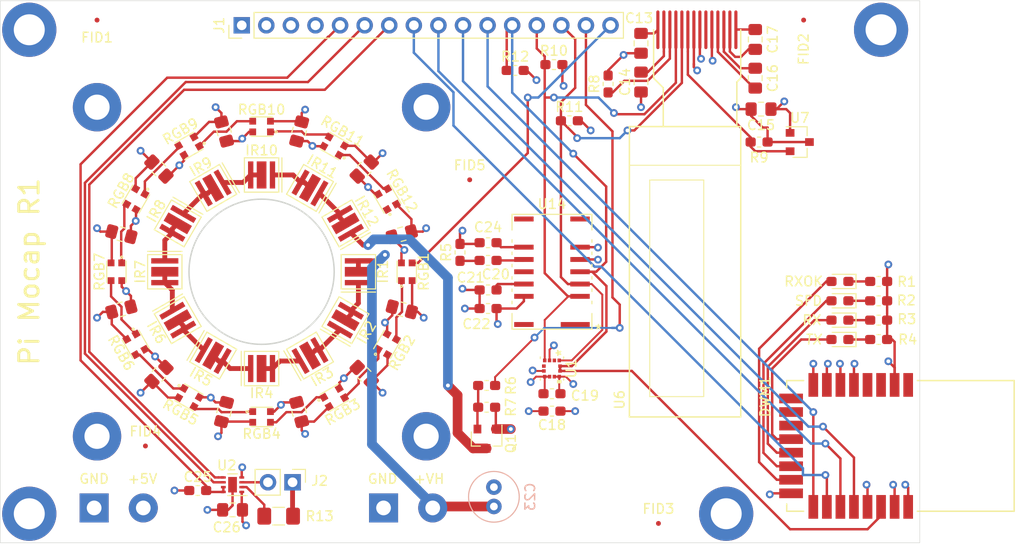
<source format=kicad_pcb>
(kicad_pcb (version 20171130) (host pcbnew 5.1.5+dfsg1-2build2)
  (layers (0 F.Cu signal) (1 In1.Cu power hide) (2 In2.Cu power hide) (31 B.Cu signal) (34 B.Paste user) (35 F.Paste user) (36 B.SilkS user) (37 F.SilkS user) (38 B.Mask user) (39 F.Mask user) (44 Edge.Cuts user))
  (net 0 "")
  (net 1 +5V)
  (net 2 GND)
  (net 3 "Net-(U1-Pad5)")
  (net 4 +3V3)
  (net 5 LED_SERIAL)
  (net 6 PI_I2C0_SDA)
  (net 7 PI_I2C0_SCL)
  (net 8 "Net-(C13-Pad2)")
  (net 9 "Net-(R8-Pad1)")
  (net 10 OLED_RESET)
  (net 11 "Net-(U6-Pad6)")
  (net 12 "Net-(C16-Pad2)")
  (net 13 "Net-(C16-Pad1)")
  (net 14 "Net-(C17-Pad1)")
  (net 15 "Net-(D1-Pad1)")
  (net 16 "Net-(D1-Pad2)")
  (net 17 "Net-(D2-Pad2)")
  (net 18 "Net-(D2-Pad1)")
  (net 19 "Net-(D3-Pad1)")
  (net 20 "Net-(D3-Pad2)")
  (net 21 "Net-(D4-Pad2)")
  (net 22 "Net-(D4-Pad1)")
  (net 23 IR_LED_VCC)
  (net 24 "Net-(DWM1-Pad1)")
  (net 25 "Net-(DWM1-Pad3)")
  (net 26 "Net-(DWM1-Pad4)")
  (net 27 "Net-(DWM1-Pad9)")
  (net 28 "Net-(DWM1-Pad10)")
  (net 29 "Net-(DWM1-Pad11)")
  (net 30 PI_SPI0_CE0)
  (net 31 PI_SPIO_MOSI)
  (net 32 PI_SPIO_MISO)
  (net 33 PI_SPI0_SCLK)
  (net 34 "Net-(J2-Pad1)")
  (net 35 "Net-(J2-Pad2)")
  (net 36 "Net-(Q1-Pad2)")
  (net 37 "Net-(U14-Pad1)")
  (net 38 "Net-(U14-Pad7)")
  (net 39 "Net-(U14-Pad8)")
  (net 40 "Net-(U14-Pad11)")
  (net 41 "Net-(U14-Pad14)")
  (net 42 "Net-(IR1-Pad1)")
  (net 43 "Net-(IR2-Pad1)")
  (net 44 "Net-(IR3-Pad1)")
  (net 45 "Net-(IR4-Pad1)")
  (net 46 "Net-(IR5-Pad1)")
  (net 47 "Net-(IR6-Pad1)")
  (net 48 "Net-(IR7-Pad1)")
  (net 49 "Net-(IR8-Pad1)")
  (net 50 "Net-(IR10-Pad2)")
  (net 51 "Net-(IR10-Pad1)")
  (net 52 "Net-(IR11-Pad1)")
  (net 53 "Net-(IR12-Pad1)")
  (net 54 "Net-(RGB1-Pad1)")
  (net 55 "Net-(RGB2-Pad1)")
  (net 56 "Net-(RGB3-Pad1)")
  (net 57 "Net-(RGB4-Pad1)")
  (net 58 "Net-(RGB5-Pad1)")
  (net 59 "Net-(RGB6-Pad1)")
  (net 60 "Net-(RGB7-Pad1)")
  (net 61 "Net-(RGB8-Pad1)")
  (net 62 "Net-(RGB10-Pad3)")
  (net 63 "Net-(RGB10-Pad1)")
  (net 64 "Net-(RGB11-Pad1)")
  (net 65 "Net-(RGB12-Pad1)")
  (net 66 "Net-(C14-Pad2)")
  (net 67 "Net-(C17-Pad2)")
  (net 68 "Net-(C20-Pad2)")
  (net 69 "Net-(C20-Pad1)")
  (net 70 "Net-(C21-Pad1)")
  (net 71 "Net-(U1-Pad2)")
  (net 72 SENSOR_INTERRUPT)
  (net 73 SOLENOID_DIR2)
  (net 74 SOLENOID_DIR1)
  (net 75 IR_LED_PWM)
  (net 76 "Net-(R13-Pad1)")
  (module TerminalBlock:TerminalBlock_bornier-2_P5.08mm (layer F.Cu) (at 104.7 152.4)
    (fp_text reference J3 hide)
    (fp_text value LED_DCDC_IN)
    (pad 1 thru_hole rect (at 0 0) (size 3 3) (drill 1.52) (layers *.Cu *.Mask) (net 2 GND))
    (pad 2 thru_hole circle (at 5.08 0) (size 3 3) (drill 1.52) (layers *.Cu *.Mask) (net 1 +5V))
  )
  (module TerminalBlock:TerminalBlock_bornier-2_P5.08mm (layer F.Cu) (at 134.6 152.4)
    (fp_text reference J4 hide)
    (fp_text value LED_DCDC_OUT)
    (pad 2 thru_hole circle (at 5.08 0) (size 3 3) (drill 1.52) (layers *.Cu *.Mask) (net 23 IR_LED_VCC))
    (pad 1 thru_hole rect (at 0 0) (size 3 3) (drill 1.52) (layers *.Cu *.Mask) (net 2 GND))
  )
  (module Components:WURTH_15435385A9040 (layer F.Cu) (at 132 128 270)
    (fp_text reference IR1 (at 0 -2.54 270) (layer F.SilkS))
    (fp_text value LED)
    (pad 2 smd rect (at -1.125 0 270) (size 0.55 2.8) (layers F.Cu F.Paste F.Mask) (net 23 IR_LED_VCC))
    (pad 1 smd rect (at 1.125 0 270) (size 0.55 2.8) (layers F.Cu F.Paste F.Mask) (net 42 "Net-(IR1-Pad1)"))
    (pad 2 smd rect (at 0 0 270) (size 1 2.8) (layers F.Cu F.Paste F.Mask) (net 23 IR_LED_VCC))
  )
  (module Components:WURTH_15435385A9040 (layer F.Cu) (at 130.660254 133 240)
    (fp_text reference IR2 (at 0 -2.54 240) (layer F.SilkS))
    (fp_text value LED)
    (pad 2 smd rect (at -1.125 0 240) (size 0.55 2.8) (layers F.Cu F.Paste F.Mask) (net 42 "Net-(IR1-Pad1)"))
    (pad 1 smd rect (at 1.125 0 240) (size 0.55 2.8) (layers F.Cu F.Paste F.Mask) (net 43 "Net-(IR2-Pad1)"))
    (pad 2 smd rect (at 0 0 240) (size 1 2.8) (layers F.Cu F.Paste F.Mask) (net 42 "Net-(IR1-Pad1)"))
  )
  (module Components:WURTH_15435385A9040 (layer F.Cu) (at 127 136.660254 210)
    (fp_text reference IR3 (at 0 -2.54 210) (layer F.SilkS))
    (fp_text value LED)
    (pad 2 smd rect (at -1.125 0 210) (size 0.55 2.8) (layers F.Cu F.Paste F.Mask) (net 43 "Net-(IR2-Pad1)"))
    (pad 1 smd rect (at 1.125 0 210) (size 0.55 2.8) (layers F.Cu F.Paste F.Mask) (net 44 "Net-(IR3-Pad1)"))
    (pad 2 smd rect (at 0 0 210) (size 1 2.8) (layers F.Cu F.Paste F.Mask) (net 43 "Net-(IR2-Pad1)"))
  )
  (module Components:WURTH_15435385A9040 (layer F.Cu) (at 122 138 180)
    (fp_text reference IR4 (at 0 -2.54 180) (layer F.SilkS))
    (fp_text value LED)
    (pad 2 smd rect (at -1.125 0 180) (size 0.55 2.8) (layers F.Cu F.Paste F.Mask) (net 44 "Net-(IR3-Pad1)"))
    (pad 1 smd rect (at 1.125 0 180) (size 0.55 2.8) (layers F.Cu F.Paste F.Mask) (net 45 "Net-(IR4-Pad1)"))
    (pad 2 smd rect (at 0 0 180) (size 1 2.8) (layers F.Cu F.Paste F.Mask) (net 44 "Net-(IR3-Pad1)"))
  )
  (module Components:WURTH_15435385A9040 (layer F.Cu) (at 113.339745 123 60)
    (fp_text reference IR8 (at 0 -2.54 60) (layer F.SilkS))
    (fp_text value LED)
    (pad 2 smd rect (at -1.125 0 60) (size 0.55 2.8) (layers F.Cu F.Paste F.Mask) (net 48 "Net-(IR7-Pad1)"))
    (pad 1 smd rect (at 1.125 0 60) (size 0.55 2.8) (layers F.Cu F.Paste F.Mask) (net 49 "Net-(IR8-Pad1)"))
    (pad 2 smd rect (at 0 0 60) (size 1 2.8) (layers F.Cu F.Paste F.Mask) (net 48 "Net-(IR7-Pad1)"))
  )
  (module Components:WURTH_15435385A9040 (layer F.Cu) (at 112 128 90)
    (fp_text reference IR7 (at 0 -2.54 90) (layer F.SilkS))
    (fp_text value LED)
    (pad 2 smd rect (at -1.125 0 90) (size 0.55 2.8) (layers F.Cu F.Paste F.Mask) (net 47 "Net-(IR6-Pad1)"))
    (pad 1 smd rect (at 1.125 0 90) (size 0.55 2.8) (layers F.Cu F.Paste F.Mask) (net 48 "Net-(IR7-Pad1)"))
    (pad 2 smd rect (at 0 0 90) (size 1 2.8) (layers F.Cu F.Paste F.Mask) (net 47 "Net-(IR6-Pad1)"))
  )
  (module Components:WURTH_15435385A9040 (layer F.Cu) (at 113.339745 133 120)
    (fp_text reference IR6 (at 0 -2.54 120) (layer F.SilkS))
    (fp_text value LED)
    (pad 2 smd rect (at -1.125 0 120) (size 0.55 2.8) (layers F.Cu F.Paste F.Mask) (net 46 "Net-(IR5-Pad1)"))
    (pad 1 smd rect (at 1.125 0 120) (size 0.55 2.8) (layers F.Cu F.Paste F.Mask) (net 47 "Net-(IR6-Pad1)"))
    (pad 2 smd rect (at 0 0 120) (size 1 2.8) (layers F.Cu F.Paste F.Mask) (net 46 "Net-(IR5-Pad1)"))
  )
  (module Components:WURTH_15435385A9040 (layer F.Cu) (at 117 136.660254 150)
    (fp_text reference IR5 (at 0 -2.54 150) (layer F.SilkS))
    (fp_text value LED)
    (pad 2 smd rect (at -1.125 0 150) (size 0.55 2.8) (layers F.Cu F.Paste F.Mask) (net 45 "Net-(IR4-Pad1)"))
    (pad 1 smd rect (at 1.125 0 150) (size 0.55 2.8) (layers F.Cu F.Paste F.Mask) (net 46 "Net-(IR5-Pad1)"))
    (pad 2 smd rect (at 0 0 150) (size 1 2.8) (layers F.Cu F.Paste F.Mask) (net 45 "Net-(IR4-Pad1)"))
  )
  (module Components:WURTH_15435385A9040 (layer F.Cu) (at 117 119.339745 30)
    (fp_text reference IR9 (at 0 -2.54 30) (layer F.SilkS))
    (fp_text value LED)
    (pad 2 smd rect (at -1.125 0 30) (size 0.55 2.8) (layers F.Cu F.Paste F.Mask) (net 49 "Net-(IR8-Pad1)"))
    (pad 1 smd rect (at 1.125 0 30) (size 0.55 2.8) (layers F.Cu F.Paste F.Mask) (net 50 "Net-(IR10-Pad2)"))
    (pad 2 smd rect (at 0 0 30) (size 1 2.8) (layers F.Cu F.Paste F.Mask) (net 49 "Net-(IR8-Pad1)"))
  )
  (module Components:WURTH_15435385A9040 (layer F.Cu) (at 122 118)
    (fp_text reference IR10 (at 0 -2.54) (layer F.SilkS))
    (fp_text value LED)
    (pad 2 smd rect (at -1.125 0) (size 0.55 2.8) (layers F.Cu F.Paste F.Mask) (net 50 "Net-(IR10-Pad2)"))
    (pad 1 smd rect (at 1.125 0) (size 0.55 2.8) (layers F.Cu F.Paste F.Mask) (net 51 "Net-(IR10-Pad1)"))
    (pad 2 smd rect (at 0 0) (size 1 2.8) (layers F.Cu F.Paste F.Mask) (net 50 "Net-(IR10-Pad2)"))
  )
  (module Components:WURTH_15435385A9040 (layer F.Cu) (at 127 119.339745 330)
    (fp_text reference IR11 (at 0 -2.54 330) (layer F.SilkS))
    (fp_text value LED)
    (pad 2 smd rect (at -1.125 0 330) (size 0.55 2.8) (layers F.Cu F.Paste F.Mask) (net 51 "Net-(IR10-Pad1)"))
    (pad 1 smd rect (at 1.125 0 330) (size 0.55 2.8) (layers F.Cu F.Paste F.Mask) (net 52 "Net-(IR11-Pad1)"))
    (pad 2 smd rect (at 0 0 330) (size 1 2.8) (layers F.Cu F.Paste F.Mask) (net 51 "Net-(IR10-Pad1)"))
  )
  (module Components:WURTH_15435385A9040 (layer F.Cu) (at 130.660254 123 300)
    (fp_text reference IR12 (at 0 -2.54 300) (layer F.SilkS))
    (fp_text value LED)
    (pad 2 smd rect (at -1.125 0 300) (size 0.55 2.8) (layers F.Cu F.Paste F.Mask) (net 52 "Net-(IR11-Pad1)"))
    (pad 1 smd rect (at 1.125 0 300) (size 0.55 2.8) (layers F.Cu F.Paste F.Mask) (net 53 "Net-(IR12-Pad1)"))
    (pad 2 smd rect (at 0 0 300) (size 1 2.8) (layers F.Cu F.Paste F.Mask) (net 52 "Net-(IR11-Pad1)"))
  )
  (module Capacitor_SMD:C_0603_1608Metric_Pad1.05x0.95mm_HandSolder (layer F.Cu) (at 145.4 126.83 180)
    (fp_text reference C20 (at -0.8 -1.43 180) (layer F.SilkS))
    (fp_text value 1u)
    (pad 2 smd roundrect (at 0.875 0 180) (size 1.05 0.95) (layers F.Cu F.Paste F.Mask) (net 68 "Net-(C20-Pad2)"))
    (pad 1 smd roundrect (at -0.875 0 180) (size 1.05 0.95) (layers F.Cu F.Paste F.Mask) (net 69 "Net-(C20-Pad1)"))
  )
  (module Capacitor_SMD:C_0603_1608Metric_Pad1.05x0.95mm_HandSolder (layer F.Cu) (at 145.4 129.878 180)
    (fp_text reference C21 (at 1.8 1.278) (layer F.SilkS))
    (fp_text value 1.5u)
    (pad 1 smd roundrect (at -0.875 0 180) (size 1.05 0.95) (layers F.Cu F.Paste F.Mask) (net 70 "Net-(C21-Pad1)"))
    (pad 2 smd roundrect (at 0.875 0 180) (size 1.05 0.95) (layers F.Cu F.Paste F.Mask) (net 2 GND))
  )
  (module Capacitor_SMD:C_0603_1608Metric_Pad1.05x0.95mm_HandSolder (layer F.Cu) (at 145.4 131.8 180)
    (fp_text reference C22 (at 1.2 -1.6) (layer F.SilkS))
    (fp_text value 10u)
    (pad 1 smd roundrect (at -0.875 0 180) (size 1.05 0.95) (layers F.Cu F.Paste F.Mask) (net 4 +3V3))
    (pad 2 smd roundrect (at 0.875 0 180) (size 1.05 0.95) (layers F.Cu F.Paste F.Mask) (net 2 GND))
  )
  (module LED_SMD:LED_0603_1608Metric_Pad1.05x0.95mm_HandSolder (layer F.Cu) (at 181.75 129 180)
    (fp_text reference D1 hide)
    (fp_text value RXOK (at 3.75 0) (layer F.SilkS))
    (pad 1 smd roundrect (at -0.875 0 180) (size 1.05 0.95) (layers F.Cu F.Paste F.Mask) (net 15 "Net-(D1-Pad1)"))
    (pad 2 smd roundrect (at 0.875 0 180) (size 1.05 0.95) (layers F.Cu F.Paste F.Mask) (net 16 "Net-(D1-Pad2)"))
  )
  (module LED_SMD:LED_0603_1608Metric_Pad1.05x0.95mm_HandSolder (layer F.Cu) (at 181.75 131 180)
    (fp_text reference D2 hide)
    (fp_text value SFD (at 3.25 0) (layer F.SilkS))
    (pad 2 smd roundrect (at 0.875 0 180) (size 1.05 0.95) (layers F.Cu F.Paste F.Mask) (net 17 "Net-(D2-Pad2)"))
    (pad 1 smd roundrect (at -0.875 0 180) (size 1.05 0.95) (layers F.Cu F.Paste F.Mask) (net 18 "Net-(D2-Pad1)"))
  )
  (module LED_SMD:LED_0603_1608Metric_Pad1.05x0.95mm_HandSolder (layer F.Cu) (at 181.75 133 180)
    (fp_text reference D3 hide)
    (fp_text value RX (at 2.902 0) (layer F.SilkS))
    (pad 1 smd roundrect (at -0.875 0 180) (size 1.05 0.95) (layers F.Cu F.Paste F.Mask) (net 19 "Net-(D3-Pad1)"))
    (pad 2 smd roundrect (at 0.875 0 180) (size 1.05 0.95) (layers F.Cu F.Paste F.Mask) (net 20 "Net-(D3-Pad2)"))
  )
  (module LED_SMD:LED_0603_1608Metric_Pad1.05x0.95mm_HandSolder (layer F.Cu) (at 181.75 135 180)
    (fp_text reference D4 hide)
    (fp_text value TX (at 2.75 0) (layer F.SilkS) (effects (font (thickness 0.15) italic)))
    (pad 2 smd roundrect (at 0.875 0 180) (size 1.05 0.95) (layers F.Cu F.Paste F.Mask) (net 21 "Net-(D4-Pad2)"))
    (pad 1 smd roundrect (at -0.875 0 180) (size 1.05 0.95) (layers F.Cu F.Paste F.Mask) (net 22 "Net-(D4-Pad1)"))
  )
  (module RF_Module:DWM1000 (layer F.Cu) (at 188 145.992 270)
    (fp_text reference DWM1 (at -5.08 13.97 90) (layer F.SilkS))
    (fp_text value DWM1000)
    (pad 1 smd rect (at -6.3 -0.7988) (size 1 2.45) (layers F.Cu F.Paste F.Mask) (net 24 "Net-(DWM1-Pad1)"))
    (pad 2 smd rect (at -6.3 0.6012) (size 1 2.45) (layers F.Cu F.Paste F.Mask) (net 2 GND))
    (pad 3 smd rect (at -6.3 2.0012) (size 1 2.45) (layers F.Cu F.Paste F.Mask) (net 25 "Net-(DWM1-Pad3)"))
    (pad 4 smd rect (at -6.3 3.4012) (size 1 2.45) (layers F.Cu F.Paste F.Mask) (net 26 "Net-(DWM1-Pad4)"))
    (pad 5 smd rect (at -6.3 4.8012) (size 1 2.45) (layers F.Cu F.Paste F.Mask) (net 4 +3V3))
    (pad 6 smd rect (at -6.3 6.2012) (size 1 2.45) (layers F.Cu F.Paste F.Mask) (net 4 +3V3))
    (pad 7 smd rect (at -6.3 7.6012) (size 1 2.45) (layers F.Cu F.Paste F.Mask) (net 4 +3V3))
    (pad 8 smd rect (at -6.3 9.0012) (size 1 2.45) (layers F.Cu F.Paste F.Mask) (net 2 GND))
    (pad 9 smd rect (at -4.9 11.2962 270) (size 1 2.45) (layers F.Cu F.Paste F.Mask) (net 27 "Net-(DWM1-Pad9)"))
    (pad 10 smd rect (at -3.5 11.2962 270) (size 1 2.45) (layers F.Cu F.Paste F.Mask) (net 28 "Net-(DWM1-Pad10)"))
    (pad 11 smd rect (at -2.1 11.2962 270) (size 1 2.45) (layers F.Cu F.Paste F.Mask) (net 29 "Net-(DWM1-Pad11)"))
    (pad 12 smd rect (at -0.7 11.2962 270) (size 1 2.45) (layers F.Cu F.Paste F.Mask) (net 21 "Net-(D4-Pad2)"))
    (pad 13 smd rect (at 0.7 11.2962 270) (size 1 2.45) (layers F.Cu F.Paste F.Mask) (net 20 "Net-(D3-Pad2)"))
    (pad 14 smd rect (at 2.1 11.2962 270) (size 1 2.45) (layers F.Cu F.Paste F.Mask) (net 17 "Net-(D2-Pad2)"))
    (pad 15 smd rect (at 3.5 11.2962 270) (size 1 2.45) (layers F.Cu F.Paste F.Mask) (net 16 "Net-(D1-Pad2)"))
    (pad 16 smd rect (at 4.9 11.2962 270) (size 1 2.45) (layers F.Cu F.Paste F.Mask) (net 2 GND))
    (pad 17 smd rect (at 6.3 9) (size 1 2.45) (layers F.Cu F.Paste F.Mask) (net 30 PI_SPI0_CE0))
    (pad 18 smd rect (at 6.3 7.6) (size 1 2.45) (layers F.Cu F.Paste F.Mask) (net 31 PI_SPIO_MOSI))
    (pad 19 smd rect (at 6.3 6.2012) (size 1 2.45) (layers F.Cu F.Paste F.Mask) (net 32 PI_SPIO_MISO))
    (pad 20 smd rect (at 6.3 4.8012) (size 1 2.45) (layers F.Cu F.Paste F.Mask) (net 33 PI_SPI0_SCLK))
    (pad 21 smd rect (at 6.3 3.4012) (size 1 2.45) (layers F.Cu F.Paste F.Mask) (net 2 GND))
    (pad 22 smd rect (at 6.3 2.0012) (size 1 2.45) (layers F.Cu F.Paste F.Mask) (net 72 SENSOR_INTERRUPT))
    (pad 23 smd rect (at 6.3 0.6012) (size 1 2.45) (layers F.Cu F.Paste F.Mask) (net 2 GND))
    (pad 24 smd rect (at 6.3 -0.7988) (size 1 2.45) (layers F.Cu F.Paste F.Mask) (net 2 GND))
  )
  (module Connector_PinHeader_2.54mm:PinHeader_1x16_P2.54mm_Vertical (layer F.Cu) (at 119.95 102.54 90)
    (fp_text reference J1 (at 0 -2.33 90) (layer F.SilkS))
    (fp_text value AUX)
    (pad 1 thru_hole rect (at 0 0 90) (size 1.7 1.7) (drill 1) (layers *.Cu *.Mask) (net 1 +5V))
    (pad 2 thru_hole oval (at 0 2.54 90) (size 1.7 1.7) (drill 1) (layers *.Cu *.Mask) (net 1 +5V))
    (pad 3 thru_hole oval (at 0 5.08 90) (size 1.7 1.7) (drill 1) (layers *.Cu *.Mask) (net 2 GND))
    (pad 4 thru_hole oval (at 0 7.62 90) (size 1.7 1.7) (drill 1) (layers *.Cu *.Mask) (net 2 GND))
    (pad 5 thru_hole oval (at 0 10.16 90) (size 1.7 1.7) (drill 1) (layers *.Cu *.Mask) (net 4 +3V3))
    (pad 6 thru_hole oval (at 0 12.7 90) (size 1.7 1.7) (drill 1) (layers *.Cu *.Mask) (net 74 SOLENOID_DIR1))
    (pad 7 thru_hole oval (at 0 15.24 90) (size 1.7 1.7) (drill 1) (layers *.Cu *.Mask) (net 73 SOLENOID_DIR2))
    (pad 8 thru_hole oval (at 0 17.78 90) (size 1.7 1.7) (drill 1) (layers *.Cu *.Mask) (net 31 PI_SPIO_MOSI))
    (pad 9 thru_hole oval (at 0 20.32 90) (size 1.7 1.7) (drill 1) (layers *.Cu *.Mask) (net 32 PI_SPIO_MISO))
    (pad 10 thru_hole oval (at 0 22.86 90) (size 1.7 1.7) (drill 1) (layers *.Cu *.Mask) (net 33 PI_SPI0_SCLK))
    (pad 11 thru_hole oval (at 0 25.4 90) (size 1.7 1.7) (drill 1) (layers *.Cu *.Mask) (net 30 PI_SPI0_CE0))
    (pad 12 thru_hole oval (at 0 27.94 90) (size 1.7 1.7) (drill 1) (layers *.Cu *.Mask) (net 72 SENSOR_INTERRUPT))
    (pad 13 thru_hole oval (at 0 30.48 90) (size 1.7 1.7) (drill 1) (layers *.Cu *.Mask) (net 6 PI_I2C0_SDA))
    (pad 14 thru_hole oval (at 0 33.02 90) (size 1.7 1.7) (drill 1) (layers *.Cu *.Mask) (net 7 PI_I2C0_SCL))
    (pad 15 thru_hole oval (at 0 35.56 90) (size 1.7 1.7) (drill 1) (layers *.Cu *.Mask) (net 75 IR_LED_PWM))
    (pad 16 thru_hole oval (at 0 38.1 90) (size 1.7 1.7) (drill 1) (layers *.Cu *.Mask) (net 5 LED_SERIAL))
  )
  (module Connector_PinHeader_2.54mm:PinHeader_1x02_P2.54mm_Vertical (layer F.Cu) (at 125.2 149.75 270)
    (fp_text reference J2 (at -0.15 -2.8 180) (layer F.SilkS))
    (fp_text value SOLENOID)
    (pad 1 thru_hole rect (at 0 0 270) (size 1.7 1.7) (drill 1) (layers *.Cu *.Mask) (net 34 "Net-(J2-Pad1)"))
    (pad 2 thru_hole oval (at 0 2.54 270) (size 1.7 1.7) (drill 1) (layers *.Cu *.Mask) (net 35 "Net-(J2-Pad2)"))
  )
  (module Resistor_SMD:R_0603_1608Metric_Pad1.05x0.95mm_HandSolder (layer F.Cu) (at 185.75 129)
    (fp_text reference R1 (at 2.9 0.03) (layer F.SilkS))
    (fp_text value 200)
    (pad 2 smd roundrect (at 0.875 0) (size 1.05 0.95) (layers F.Cu F.Paste F.Mask) (net 2 GND))
    (pad 1 smd roundrect (at -0.875 0) (size 1.05 0.95) (layers F.Cu F.Paste F.Mask) (net 15 "Net-(D1-Pad1)"))
  )
  (module Resistor_SMD:R_0603_1608Metric_Pad1.05x0.95mm_HandSolder (layer F.Cu) (at 185.75 131)
    (fp_text reference R2 (at 2.86 -0.04) (layer F.SilkS))
    (fp_text value 200)
    (pad 1 smd roundrect (at -0.875 0) (size 1.05 0.95) (layers F.Cu F.Paste F.Mask) (net 18 "Net-(D2-Pad1)"))
    (pad 2 smd roundrect (at 0.875 0) (size 1.05 0.95) (layers F.Cu F.Paste F.Mask) (net 2 GND))
  )
  (module Resistor_SMD:R_0603_1608Metric_Pad1.05x0.95mm_HandSolder (layer F.Cu) (at 185.75 133)
    (fp_text reference R3 (at 2.91 -0.1) (layer F.SilkS))
    (fp_text value 200)
    (pad 2 smd roundrect (at 0.875 0) (size 1.05 0.95) (layers F.Cu F.Paste F.Mask) (net 2 GND))
    (pad 1 smd roundrect (at -0.875 0) (size 1.05 0.95) (layers F.Cu F.Paste F.Mask) (net 19 "Net-(D3-Pad1)"))
  )
  (module Resistor_SMD:R_0603_1608Metric_Pad1.05x0.95mm_HandSolder (layer F.Cu) (at 185.75 135)
    (fp_text reference R4 (at 3 0) (layer F.SilkS))
    (fp_text value 200)
    (pad 1 smd roundrect (at -0.875 0) (size 1.05 0.95) (layers F.Cu F.Paste F.Mask) (net 22 "Net-(D4-Pad1)"))
    (pad 2 smd roundrect (at 0.875 0) (size 1.05 0.95) (layers F.Cu F.Paste F.Mask) (net 2 GND))
  )
  (module Resistor_SMD:R_0603_1608Metric_Pad1.05x0.95mm_HandSolder (layer F.Cu) (at 142.5 126 90)
    (fp_text reference R5 (at 0 -1.43 90) (layer F.SilkS))
    (fp_text value 20)
    (pad 1 smd roundrect (at -0.875 0 90) (size 1.05 0.95) (layers F.Cu F.Paste F.Mask) (net 68 "Net-(C20-Pad2)"))
    (pad 2 smd roundrect (at 0.875 0 90) (size 1.05 0.95) (layers F.Cu F.Paste F.Mask) (net 2 GND))
  )
  (module Resistor_SMD:R_0603_1608Metric_Pad1.05x0.95mm_HandSolder (layer F.Cu) (at 145.25 139.75 180)
    (fp_text reference R6 (at -2.5 0 270) (layer F.SilkS))
    (fp_text value 1K)
    (pad 1 smd roundrect (at -0.875 0 180) (size 1.05 0.95) (layers F.Cu F.Paste F.Mask) (net 75 IR_LED_PWM))
    (pad 2 smd roundrect (at 0.875 0 180) (size 1.05 0.95) (layers F.Cu F.Paste F.Mask) (net 36 "Net-(Q1-Pad2)"))
  )
  (module Resistor_SMD:R_0603_1608Metric_Pad1.05x0.95mm_HandSolder (layer F.Cu) (at 145.25 142 180)
    (fp_text reference R7 (at -2.5 0 270) (layer F.SilkS))
    (fp_text value 10K)
    (pad 2 smd roundrect (at 0.875 0 180) (size 1.05 0.95) (layers F.Cu F.Paste F.Mask) (net 36 "Net-(Q1-Pad2)"))
    (pad 1 smd roundrect (at -0.875 0 180) (size 1.05 0.95) (layers F.Cu F.Paste F.Mask) (net 2 GND))
  )
  (module Components:WS2812B-2020 (layer F.Cu) (at 137 128 270)
    (fp_text reference RGB1 (at 0 -1.75 270) (layer F.SilkS))
    (fp_text value WS2812B-2020)
    (pad 4 smd rect (at -0.915 0.55 270) (size 0.7 0.7) (layers F.Cu F.Paste F.Mask) (net 1 +5V))
    (pad 3 smd rect (at -0.915 -0.55 270) (size 0.7 0.7) (layers F.Cu F.Paste F.Mask) (net 5 LED_SERIAL))
    (pad 2 smd rect (at 0.915 -0.55 270) (size 0.7 0.7) (layers F.Cu F.Paste F.Mask) (net 2 GND))
    (pad 1 smd rect (at 0.915 0.55 270) (size 0.7 0.7) (layers F.Cu F.Paste F.Mask) (net 54 "Net-(RGB1-Pad1)"))
  )
  (module Components:WS2812B-2020 (layer F.Cu) (at 114.5 115.009618 30)
    (fp_text reference RGB9 (at 0 -1.75 30) (layer F.SilkS))
    (fp_text value WS2812B-2020)
    (pad 4 smd rect (at -0.915 0.55 30) (size 0.7 0.7) (layers F.Cu F.Paste F.Mask) (net 1 +5V))
    (pad 3 smd rect (at -0.915 -0.55 30) (size 0.7 0.7) (layers F.Cu F.Paste F.Mask) (net 61 "Net-(RGB8-Pad1)"))
    (pad 2 smd rect (at 0.915 -0.55 30) (size 0.7 0.7) (layers F.Cu F.Paste F.Mask) (net 2 GND))
    (pad 1 smd rect (at 0.915 0.55 30) (size 0.7 0.7) (layers F.Cu F.Paste F.Mask) (net 62 "Net-(RGB10-Pad3)"))
  )
  (module Components:WS2812B-2020 (layer F.Cu) (at 134.990381 135.5 240)
    (fp_text reference RGB2 (at 0 -1.75 240) (layer F.SilkS))
    (fp_text value WS2812B-2020)
    (pad 1 smd rect (at 0.915 0.55 240) (size 0.7 0.7) (layers F.Cu F.Paste F.Mask) (net 55 "Net-(RGB2-Pad1)"))
    (pad 2 smd rect (at 0.915 -0.55 240) (size 0.7 0.7) (layers F.Cu F.Paste F.Mask) (net 2 GND))
    (pad 3 smd rect (at -0.915 -0.55 240) (size 0.7 0.7) (layers F.Cu F.Paste F.Mask) (net 54 "Net-(RGB1-Pad1)"))
    (pad 4 smd rect (at -0.915 0.55 240) (size 0.7 0.7) (layers F.Cu F.Paste F.Mask) (net 1 +5V))
  )
  (module Components:WS2812B-2020 (layer F.Cu) (at 122 113)
    (fp_text reference RGB10 (at 0 -1.75) (layer F.SilkS))
    (fp_text value WS2812B-2020)
    (pad 1 smd rect (at 0.915 0.55) (size 0.7 0.7) (layers F.Cu F.Paste F.Mask) (net 63 "Net-(RGB10-Pad1)"))
    (pad 2 smd rect (at 0.915 -0.55) (size 0.7 0.7) (layers F.Cu F.Paste F.Mask) (net 2 GND))
    (pad 3 smd rect (at -0.915 -0.55) (size 0.7 0.7) (layers F.Cu F.Paste F.Mask) (net 62 "Net-(RGB10-Pad3)"))
    (pad 4 smd rect (at -0.915 0.55) (size 0.7 0.7) (layers F.Cu F.Paste F.Mask) (net 1 +5V))
  )
  (module Components:WS2812B-2020 (layer F.Cu) (at 129.5 140.990381 210)
    (fp_text reference RGB3 (at 0 -1.75 210) (layer F.SilkS))
    (fp_text value WS2812B-2020)
    (pad 4 smd rect (at -0.915 0.55 210) (size 0.7 0.7) (layers F.Cu F.Paste F.Mask) (net 1 +5V))
    (pad 3 smd rect (at -0.915 -0.55 210) (size 0.7 0.7) (layers F.Cu F.Paste F.Mask) (net 55 "Net-(RGB2-Pad1)"))
    (pad 2 smd rect (at 0.915 -0.55 210) (size 0.7 0.7) (layers F.Cu F.Paste F.Mask) (net 2 GND))
    (pad 1 smd rect (at 0.915 0.55 210) (size 0.7 0.7) (layers F.Cu F.Paste F.Mask) (net 56 "Net-(RGB3-Pad1)"))
  )
  (module Components:WS2812B-2020 (layer F.Cu) (at 129.5 115.009618 330)
    (fp_text reference RGB11 (at 0 -1.75 330) (layer F.SilkS))
    (fp_text value WS2812B-2020)
    (pad 1 smd rect (at 0.915 0.55 330) (size 0.7 0.7) (layers F.Cu F.Paste F.Mask) (net 64 "Net-(RGB11-Pad1)"))
    (pad 2 smd rect (at 0.915 -0.55 330) (size 0.7 0.7) (layers F.Cu F.Paste F.Mask) (net 2 GND))
    (pad 3 smd rect (at -0.915 -0.55 330) (size 0.7 0.7) (layers F.Cu F.Paste F.Mask) (net 63 "Net-(RGB10-Pad1)"))
    (pad 4 smd rect (at -0.915 0.55 330) (size 0.7 0.7) (layers F.Cu F.Paste F.Mask) (net 1 +5V))
  )
  (module Components:WS2812B-2020 (layer F.Cu) (at 122 143 180)
    (fp_text reference RGB4 (at 0 -1.75 180) (layer F.SilkS))
    (fp_text value WS2812B-2020)
    (pad 1 smd rect (at 0.915 0.55 180) (size 0.7 0.7) (layers F.Cu F.Paste F.Mask) (net 57 "Net-(RGB4-Pad1)"))
    (pad 2 smd rect (at 0.915 -0.55 180) (size 0.7 0.7) (layers F.Cu F.Paste F.Mask) (net 2 GND))
    (pad 3 smd rect (at -0.915 -0.55 180) (size 0.7 0.7) (layers F.Cu F.Paste F.Mask) (net 56 "Net-(RGB3-Pad1)"))
    (pad 4 smd rect (at -0.915 0.55 180) (size 0.7 0.7) (layers F.Cu F.Paste F.Mask) (net 1 +5V))
  )
  (module Components:WS2812B-2020 (layer F.Cu) (at 134.990381 120.5 300)
    (fp_text reference RGB12 (at 0 -1.75 300) (layer F.SilkS))
    (fp_text value WS2812B-2020)
    (pad 4 smd rect (at -0.915 0.55 300) (size 0.7 0.7) (layers F.Cu F.Paste F.Mask) (net 1 +5V))
    (pad 3 smd rect (at -0.915 -0.55 300) (size 0.7 0.7) (layers F.Cu F.Paste F.Mask) (net 64 "Net-(RGB11-Pad1)"))
    (pad 2 smd rect (at 0.915 -0.55 300) (size 0.7 0.7) (layers F.Cu F.Paste F.Mask) (net 2 GND))
    (pad 1 smd rect (at 0.915 0.55 300) (size 0.7 0.7) (layers F.Cu F.Paste F.Mask) (net 65 "Net-(RGB12-Pad1)"))
  )
  (module Components:WS2812B-2020 (layer F.Cu) (at 114.5 140.990381 150)
    (fp_text reference RGB5 (at 0 -1.75 150) (layer F.SilkS))
    (fp_text value WS2812B-2020)
    (pad 4 smd rect (at -0.915 0.55 150) (size 0.7 0.7) (layers F.Cu F.Paste F.Mask) (net 1 +5V))
    (pad 3 smd rect (at -0.915 -0.55 150) (size 0.7 0.7) (layers F.Cu F.Paste F.Mask) (net 57 "Net-(RGB4-Pad1)"))
    (pad 2 smd rect (at 0.915 -0.55 150) (size 0.7 0.7) (layers F.Cu F.Paste F.Mask) (net 2 GND))
    (pad 1 smd rect (at 0.915 0.55 150) (size 0.7 0.7) (layers F.Cu F.Paste F.Mask) (net 58 "Net-(RGB5-Pad1)"))
  )
  (module Components:WS2812B-2020 (layer F.Cu) (at 109.009618 135.5 120)
    (fp_text reference RGB6 (at 0 -1.75 120) (layer F.SilkS))
    (fp_text value WS2812B-2020)
    (pad 1 smd rect (at 0.915 0.55 120) (size 0.7 0.7) (layers F.Cu F.Paste F.Mask) (net 59 "Net-(RGB6-Pad1)"))
    (pad 2 smd rect (at 0.915 -0.55 120) (size 0.7 0.7) (layers F.Cu F.Paste F.Mask) (net 2 GND))
    (pad 3 smd rect (at -0.915 -0.55 120) (size 0.7 0.7) (layers F.Cu F.Paste F.Mask) (net 58 "Net-(RGB5-Pad1)"))
    (pad 4 smd rect (at -0.915 0.55 120) (size 0.7 0.7) (layers F.Cu F.Paste F.Mask) (net 1 +5V))
  )
  (module amg8854:AMG8854 (layer F.Cu) (at 152 128 180)
    (fp_text reference U14 (at 0 7) (layer F.SilkS))
    (fp_text value AMG8854 hide)
    (fp_text user * (at -4.8 -6) (layer F.SilkS))
    (pad 1 smd rect (at -2.404699 -5.45 180) (size 2.9972 0.508) (layers F.Cu F.Paste F.Mask) (net 37 "Net-(U14-Pad1)"))
    (pad 2 smd rect (at -2.899999 -2.54 180) (size 2.0066 0.508) (layers F.Cu F.Paste F.Mask) (net 6 PI_I2C0_SDA))
    (pad 3 smd rect (at -2.899999 -1.27 180) (size 2.0066 0.508) (layers F.Cu F.Paste F.Mask) (net 7 PI_I2C0_SCL))
    (pad 4 smd rect (at -2.899999 0 180) (size 2.0066 0.508) (layers F.Cu F.Paste F.Mask) (net 72 SENSOR_INTERRUPT))
    (pad 5 smd rect (at -2.899999 1.27 180) (size 2.0066 0.508) (layers F.Cu F.Paste F.Mask) (net 2 GND))
    (pad 6 smd rect (at -2.899999 2.54 180) (size 2.0066 0.508) (layers F.Cu F.Paste F.Mask) (net 2 GND))
    (pad 7 smd rect (at -2.899999 5.45 180) (size 2.0066 0.508) (layers F.Cu F.Paste F.Mask) (net 38 "Net-(U14-Pad7)"))
    (pad 8 smd rect (at 2.899999 5.45 180) (size 2.0066 0.508) (layers F.Cu F.Paste F.Mask) (net 39 "Net-(U14-Pad8)"))
    (pad 9 smd rect (at 2.899999 2.54 180) (size 2.0066 0.508) (layers F.Cu F.Paste F.Mask) (net 4 +3V3))
    (pad 10 smd rect (at 2.899999 1.27 180) (size 2.0066 0.508) (layers F.Cu F.Paste F.Mask) (net 69 "Net-(C20-Pad1)"))
    (pad 11 smd rect (at 2.899999 0 180) (size 2.0066 0.508) (layers F.Cu F.Paste F.Mask) (net 40 "Net-(U14-Pad11)"))
    (pad 12 smd rect (at 2.899999 -1.27 180) (size 2.0066 0.508) (layers F.Cu F.Paste F.Mask) (net 70 "Net-(C21-Pad1)"))
    (pad 13 smd rect (at 2.899999 -2.54 180) (size 2.0066 0.508) (layers F.Cu F.Paste F.Mask) (net 4 +3V3))
    (pad 14 smd rect (at 2.899999 -5.45 180) (size 2.0066 0.508) (layers F.Cu F.Paste F.Mask) (net 41 "Net-(U14-Pad14)"))
  )
  (module Components:WS2812B-2020 (layer F.Cu) (at 107 128 90)
    (fp_text reference RGB7 (at 0 -1.75 90) (layer F.SilkS))
    (fp_text value WS2812B-2020)
    (pad 4 smd rect (at -0.915 0.55 90) (size 0.7 0.7) (layers F.Cu F.Paste F.Mask) (net 1 +5V))
    (pad 3 smd rect (at -0.915 -0.55 90) (size 0.7 0.7) (layers F.Cu F.Paste F.Mask) (net 59 "Net-(RGB6-Pad1)"))
    (pad 2 smd rect (at 0.915 -0.55 90) (size 0.7 0.7) (layers F.Cu F.Paste F.Mask) (net 2 GND))
    (pad 1 smd rect (at 0.915 0.55 90) (size 0.7 0.7) (layers F.Cu F.Paste F.Mask) (net 60 "Net-(RGB7-Pad1)"))
  )
  (module Components:WS2812B-2020 (layer F.Cu) (at 109.009618 120.5 60)
    (fp_text reference RGB8 (at 0 -1.75 60) (layer F.SilkS))
    (fp_text value WS2812B-2020)
    (pad 1 smd rect (at 0.915 0.55 60) (size 0.7 0.7) (layers F.Cu F.Paste F.Mask) (net 61 "Net-(RGB8-Pad1)"))
    (pad 2 smd rect (at 0.915 -0.55 60) (size 0.7 0.7) (layers F.Cu F.Paste F.Mask) (net 2 GND))
    (pad 3 smd rect (at -0.915 -0.55 60) (size 0.7 0.7) (layers F.Cu F.Paste F.Mask) (net 60 "Net-(RGB7-Pad1)"))
    (pad 4 smd rect (at -0.915 0.55 60) (size 0.7 0.7) (layers F.Cu F.Paste F.Mask) (net 1 +5V))
  )
  (module Package_TO_SOT_SMD:SOT-23 (layer F.Cu) (at 145.25 145.25 270)
    (fp_text reference Q1 (at 0.5 -2.5 90) (layer F.SilkS))
    (fp_text value AO3422)
    (pad 1 smd rect (at -1 -0.95 270) (size 0.9 0.8) (layers F.Cu F.Paste F.Mask) (net 2 GND))
    (pad 2 smd rect (at -1 0.95 270) (size 0.9 0.8) (layers F.Cu F.Paste F.Mask) (net 36 "Net-(Q1-Pad2)"))
    (pad 3 smd rect (at 1 0 270) (size 0.9 0.8) (layers F.Cu F.Paste F.Mask) (net 53 "Net-(IR12-Pad1)"))
  )
  (module Resistor_SMD:R_0603_1608Metric_Pad1.05x0.95mm_HandSolder (layer F.Cu) (at 157.8 108.6 90)
    (fp_text reference R8 (at 0 -1.43 90) (layer F.SilkS))
    (fp_text value 390K)
    (pad 1 smd roundrect (at -0.875 0 90) (size 1.05 0.95) (layers F.Cu F.Paste F.Mask) (net 9 "Net-(R8-Pad1)"))
    (pad 2 smd roundrect (at 0.875 0 90) (size 1.05 0.95) (layers F.Cu F.Paste F.Mask) (net 2 GND))
  )
  (module Resistor_SMD:R_0603_1608Metric_Pad1.05x0.95mm_HandSolder (layer F.Cu) (at 173.4 114.6)
    (fp_text reference R9 (at 0 1.6) (layer F.SilkS))
    (fp_text value 10K)
    (pad 1 smd roundrect (at -0.875 0) (size 1.05 0.95) (layers F.Cu F.Paste F.Mask) (net 10 OLED_RESET))
    (pad 2 smd roundrect (at 0.875 0) (size 1.05 0.95) (layers F.Cu F.Paste F.Mask) (net 4 +3V3))
  )
  (module Resistor_SMD:R_0603_1608Metric_Pad1.05x0.95mm_HandSolder (layer F.Cu) (at 152.2 106.6)
    (fp_text reference R10 (at 0 -1.43) (layer F.SilkS))
    (fp_text value 10K)
    (pad 2 smd roundrect (at 0.875 0) (size 1.05 0.95) (layers F.Cu F.Paste F.Mask) (net 4 +3V3))
    (pad 1 smd roundrect (at -0.875 0) (size 1.05 0.95) (layers F.Cu F.Paste F.Mask) (net 6 PI_I2C0_SDA))
  )
  (module Resistor_SMD:R_0603_1608Metric_Pad1.05x0.95mm_HandSolder (layer F.Cu) (at 153.8 112.4)
    (fp_text reference R11 (at 0 -1.43) (layer F.SilkS))
    (fp_text value 10K)
    (pad 2 smd roundrect (at 0.875 0) (size 1.05 0.95) (layers F.Cu F.Paste F.Mask) (net 4 +3V3))
    (pad 1 smd roundrect (at -0.875 0) (size 1.05 0.95) (layers F.Cu F.Paste F.Mask) (net 7 PI_I2C0_SCL))
  )
  (module kicad_oled:SSD1306_OLED-0.91-128x32 (layer F.Cu) (at 160 143 90)
    (fp_text reference U6 (at 1.778 -1.016 90) (layer F.SilkS))
    (fp_text value SSD1306)
    (pad 1 smd oval (at 40 11 90) (size 4 0.32) (layers F.Cu F.Paste F.Mask) (net 67 "Net-(C17-Pad2)"))
    (pad 2 smd oval (at 40 10.38 90) (size 4 0.32) (layers F.Cu F.Paste F.Mask) (net 14 "Net-(C17-Pad1)"))
    (pad 3 smd oval (at 40 9.76 90) (size 4 0.32) (layers F.Cu F.Paste F.Mask) (net 12 "Net-(C16-Pad2)"))
    (pad 4 smd oval (at 40 9.14 90) (size 4 0.32) (layers F.Cu F.Paste F.Mask) (net 13 "Net-(C16-Pad1)"))
    (pad 5 smd oval (at 40 8.52 90) (size 4 0.32) (layers F.Cu F.Paste F.Mask) (net 4 +3V3))
    (pad 6 smd oval (at 40 7.9 90) (size 4 0.32) (layers F.Cu F.Paste F.Mask) (net 11 "Net-(U6-Pad6)"))
    (pad 7 smd oval (at 40 7.28 90) (size 4 0.32) (layers F.Cu F.Paste F.Mask) (net 2 GND))
    (pad 8 smd oval (at 40 6.66 90) (size 4 0.32) (layers F.Cu F.Paste F.Mask) (net 4 +3V3))
    (pad 9 smd oval (at 40 6.04 90) (size 4 0.32) (layers F.Cu F.Paste F.Mask) (net 10 OLED_RESET))
    (pad 10 smd oval (at 40 5.42 90) (size 4 0.32) (layers F.Cu F.Paste F.Mask) (net 7 PI_I2C0_SCL))
    (pad 11 smd oval (at 40 4.8 90) (size 4 0.32) (layers F.Cu F.Paste F.Mask) (net 6 PI_I2C0_SDA))
    (pad 12 smd oval (at 40 4.18 90) (size 4 0.32) (layers F.Cu F.Paste F.Mask) (net 9 "Net-(R8-Pad1)"))
    (pad 13 smd oval (at 40 3.56 90) (size 4 0.32) (layers F.Cu F.Paste F.Mask) (net 66 "Net-(C14-Pad2)"))
    (pad 14 smd oval (at 40 2.94 90) (size 4 0.32) (layers F.Cu F.Paste F.Mask) (net 8 "Net-(C13-Pad2)"))
  )
  (module Package_TO_SOT_SMD:SOT-23 (layer F.Cu) (at 177.6 114.6)
    (fp_text reference U7 (at 0 -2.5) (layer F.SilkS))
    (fp_text value APX803)
    (pad 3 smd rect (at 1 0) (size 0.9 0.8) (layers F.Cu F.Paste F.Mask) (net 4 +3V3))
    (pad 2 smd rect (at -1 0.95) (size 0.9 0.8) (layers F.Cu F.Paste F.Mask) (net 10 OLED_RESET))
    (pad 1 smd rect (at -1 -0.95) (size 0.9 0.8) (layers F.Cu F.Paste F.Mask) (net 2 GND))
  )
  (module Capacitor_SMD:C_0805_2012Metric_Pad1.15x1.40mm_HandSolder (layer F.Cu) (at 136.488887 131.882285 345)
    (fp_text reference C1 hide)
    (fp_text value 0.1u)
    (pad 1 smd roundrect (at -1.025 0 345) (size 1.15 1.4) (layers F.Cu F.Paste F.Mask) (roundrect_rratio 0.217391) (net 1 +5V))
    (pad 2 smd roundrect (at 1.025 0 345) (size 1.15 1.4) (layers F.Cu F.Paste F.Mask) (roundrect_rratio 0.217391) (net 2 GND))
  )
  (module Capacitor_SMD:C_0805_2012Metric_Pad1.15x1.40mm_HandSolder (layer F.Cu) (at 132.606601 138.606601 315)
    (fp_text reference C2 hide)
    (fp_text value 0.1u)
    (pad 2 smd roundrect (at 1.025 0 315) (size 1.15 1.4) (layers F.Cu F.Paste F.Mask) (roundrect_rratio 0.217391) (net 2 GND))
    (pad 1 smd roundrect (at -1.025 0 315) (size 1.15 1.4) (layers F.Cu F.Paste F.Mask) (roundrect_rratio 0.217391) (net 1 +5V))
  )
  (module Capacitor_SMD:C_0805_2012Metric_Pad1.15x1.40mm_HandSolder (layer F.Cu) (at 125.882285 142.488887 285)
    (fp_text reference C3 hide)
    (fp_text value 0.1u)
    (pad 1 smd roundrect (at -1.025 0 285) (size 1.15 1.4) (layers F.Cu F.Paste F.Mask) (roundrect_rratio 0.217391) (net 1 +5V))
    (pad 2 smd roundrect (at 1.025 0 285) (size 1.15 1.4) (layers F.Cu F.Paste F.Mask) (roundrect_rratio 0.217391) (net 2 GND))
  )
  (module Capacitor_SMD:C_0805_2012Metric_Pad1.15x1.40mm_HandSolder (layer F.Cu) (at 118.117714 142.488887 255)
    (fp_text reference C4 hide)
    (fp_text value 0.1u)
    (pad 2 smd roundrect (at 1.025 0 255) (size 1.15 1.4) (layers F.Cu F.Paste F.Mask) (roundrect_rratio 0.217391) (net 2 GND))
    (pad 1 smd roundrect (at -1.025 0 255) (size 1.15 1.4) (layers F.Cu F.Paste F.Mask) (roundrect_rratio 0.217391) (net 1 +5V))
  )
  (module Capacitor_SMD:C_0805_2012Metric_Pad1.15x1.40mm_HandSolder (layer F.Cu) (at 111.393398 138.606601 225)
    (fp_text reference C5 hide)
    (fp_text value 0.1u)
    (pad 1 smd roundrect (at -1.025 0 225) (size 1.15 1.4) (layers F.Cu F.Paste F.Mask) (roundrect_rratio 0.217391) (net 1 +5V))
    (pad 2 smd roundrect (at 1.025 0 225) (size 1.15 1.4) (layers F.Cu F.Paste F.Mask) (roundrect_rratio 0.217391) (net 2 GND))
  )
  (module Capacitor_SMD:C_0805_2012Metric_Pad1.15x1.40mm_HandSolder (layer F.Cu) (at 107.511112 131.882285 195)
    (fp_text reference C6 hide)
    (fp_text value 0.1u)
    (pad 2 smd roundrect (at 1.025 0 195) (size 1.15 1.4) (layers F.Cu F.Paste F.Mask) (roundrect_rratio 0.217391) (net 2 GND))
    (pad 1 smd roundrect (at -1.025 0 195) (size 1.15 1.4) (layers F.Cu F.Paste F.Mask) (roundrect_rratio 0.217391) (net 1 +5V))
  )
  (module Capacitor_SMD:C_0805_2012Metric_Pad1.15x1.40mm_HandSolder (layer F.Cu) (at 107.511112 124.117714 165)
    (fp_text reference C7 hide)
    (fp_text value 0.1u)
    (pad 1 smd roundrect (at -1.025 0 165) (size 1.15 1.4) (layers F.Cu F.Paste F.Mask) (roundrect_rratio 0.217391) (net 1 +5V))
    (pad 2 smd roundrect (at 1.025 0 165) (size 1.15 1.4) (layers F.Cu F.Paste F.Mask) (roundrect_rratio 0.217391) (net 2 GND))
  )
  (module Capacitor_SMD:C_0805_2012Metric_Pad1.15x1.40mm_HandSolder (layer F.Cu) (at 111.393398 117.393398 135)
    (fp_text reference C8 hide)
    (fp_text value 0.1u)
    (pad 2 smd roundrect (at 1.025 0 135) (size 1.15 1.4) (layers F.Cu F.Paste F.Mask) (roundrect_rratio 0.217391) (net 2 GND))
    (pad 1 smd roundrect (at -1.025 0 135) (size 1.15 1.4) (layers F.Cu F.Paste F.Mask) (roundrect_rratio 0.217391) (net 1 +5V))
  )
  (module Capacitor_SMD:C_0805_2012Metric_Pad1.15x1.40mm_HandSolder (layer F.Cu) (at 118.117714 113.511112 105)
    (fp_text reference C9 hide)
    (fp_text value 0.1u)
    (pad 1 smd roundrect (at -1.025 0 105) (size 1.15 1.4) (layers F.Cu F.Paste F.Mask) (roundrect_rratio 0.217391) (net 1 +5V))
    (pad 2 smd roundrect (at 1.025 0 105) (size 1.15 1.4) (layers F.Cu F.Paste F.Mask) (roundrect_rratio 0.217391) (net 2 GND))
  )
  (module Capacitor_SMD:C_0805_2012Metric_Pad1.15x1.40mm_HandSolder (layer F.Cu) (at 125.882285 113.511112 75)
    (fp_text reference C10 hide)
    (fp_text value 0.1u)
    (pad 2 smd roundrect (at 1.025 0 75) (size 1.15 1.4) (layers F.Cu F.Paste F.Mask) (roundrect_rratio 0.217391) (net 2 GND))
    (pad 1 smd roundrect (at -1.025 0 75) (size 1.15 1.4) (layers F.Cu F.Paste F.Mask) (roundrect_rratio 0.217391) (net 1 +5V))
  )
  (module Capacitor_SMD:C_0805_2012Metric_Pad1.15x1.40mm_HandSolder (layer F.Cu) (at 132.606601 117.393398 45)
    (fp_text reference C11 hide)
    (fp_text value 0.1u)
    (pad 1 smd roundrect (at -1.025 0 45) (size 1.15 1.4) (layers F.Cu F.Paste F.Mask) (roundrect_rratio 0.217391) (net 1 +5V))
    (pad 2 smd roundrect (at 1.025 0 45) (size 1.15 1.4) (layers F.Cu F.Paste F.Mask) (roundrect_rratio 0.217391) (net 2 GND))
  )
  (module Capacitor_SMD:C_0805_2012Metric_Pad1.15x1.40mm_HandSolder (layer F.Cu) (at 136.488887 124.117714 15)
    (fp_text reference C12 hide)
    (fp_text value 0.1u)
    (pad 1 smd roundrect (at -1.025 0 15) (size 1.15 1.4) (layers F.Cu F.Paste F.Mask) (roundrect_rratio 0.217391) (net 1 +5V))
    (pad 2 smd roundrect (at 1.025 0 15) (size 1.15 1.4) (layers F.Cu F.Paste F.Mask) (roundrect_rratio 0.217391) (net 2 GND))
  )
  (module Capacitor_SMD:C_0805_2012Metric_Pad1.15x1.40mm_HandSolder (layer F.Cu) (at 161.2 104.4 90)
    (fp_text reference C13 (at 2.6 -0.2) (layer F.SilkS))
    (fp_text value 10u)
    (pad 2 smd roundrect (at 1.025 0 90) (size 1.15 1.4) (layers F.Cu F.Paste F.Mask) (roundrect_rratio 0.217391) (net 8 "Net-(C13-Pad2)"))
    (pad 1 smd roundrect (at -1.025 0 90) (size 1.15 1.4) (layers F.Cu F.Paste F.Mask) (roundrect_rratio 0.217391) (net 2 GND))
  )
  (module Capacitor_SMD:C_0805_2012Metric_Pad1.15x1.40mm_HandSolder (layer F.Cu) (at 161.2 108.4 90)
    (fp_text reference C14 (at 0 -1.65 90) (layer F.SilkS))
    (fp_text value 10u)
    (pad 1 smd roundrect (at -1.025 0 90) (size 1.15 1.4) (layers F.Cu F.Paste F.Mask) (roundrect_rratio 0.217391) (net 2 GND))
    (pad 2 smd roundrect (at 1.025 0 90) (size 1.15 1.4) (layers F.Cu F.Paste F.Mask) (roundrect_rratio 0.217391) (net 66 "Net-(C14-Pad2)"))
  )
  (module Capacitor_SMD:C_0805_2012Metric_Pad1.15x1.40mm_HandSolder (layer F.Cu) (at 173.6 111.2 180)
    (fp_text reference C15 (at 0 -1.65) (layer F.SilkS))
    (fp_text value 10u)
    (pad 2 smd roundrect (at 1.025 0 180) (size 1.15 1.4) (layers F.Cu F.Paste F.Mask) (roundrect_rratio 0.217391) (net 4 +3V3))
    (pad 1 smd roundrect (at -1.025 0 180) (size 1.15 1.4) (layers F.Cu F.Paste F.Mask) (roundrect_rratio 0.217391) (net 2 GND))
  )
  (module Capacitor_SMD:C_0805_2012Metric_Pad1.15x1.40mm_HandSolder (layer F.Cu) (at 173 108 90)
    (fp_text reference C16 (at 0 1.8 90) (layer F.SilkS))
    (fp_text value 1u)
    (pad 2 smd roundrect (at 1.025 0 90) (size 1.15 1.4) (layers F.Cu F.Paste F.Mask) (roundrect_rratio 0.217391) (net 12 "Net-(C16-Pad2)"))
    (pad 1 smd roundrect (at -1.025 0 90) (size 1.15 1.4) (layers F.Cu F.Paste F.Mask) (roundrect_rratio 0.217391) (net 13 "Net-(C16-Pad1)"))
  )
  (module Capacitor_SMD:C_0805_2012Metric_Pad1.15x1.40mm_HandSolder (layer F.Cu) (at 173 104 90)
    (fp_text reference C17 (at 0 1.8 90) (layer F.SilkS))
    (fp_text value 1u)
    (pad 1 smd roundrect (at -1.025 0 90) (size 1.15 1.4) (layers F.Cu F.Paste F.Mask) (roundrect_rratio 0.217391) (net 14 "Net-(C17-Pad1)"))
    (pad 2 smd roundrect (at 1.025 0 90) (size 1.15 1.4) (layers F.Cu F.Paste F.Mask) (roundrect_rratio 0.217391) (net 67 "Net-(C17-Pad2)"))
  )
  (module Capacitor_SMD:C_0603_1608Metric_Pad1.05x0.95mm_HandSolder (layer F.Cu) (at 152 142.4 180)
    (fp_text reference C18 (at 0 -1.43) (layer F.SilkS))
    (fp_text value 10u)
    (pad 2 smd roundrect (at 0.875 0 180) (size 1.05 0.95) (layers F.Cu F.Paste F.Mask) (net 2 GND))
    (pad 1 smd roundrect (at -0.875 0 180) (size 1.05 0.95) (layers F.Cu F.Paste F.Mask) (net 4 +3V3))
  )
  (module Capacitor_SMD:C_0603_1608Metric_Pad1.05x0.95mm_HandSolder (layer F.Cu) (at 152 140.6 180)
    (fp_text reference C19 (at -3.4 -0.2) (layer F.SilkS))
    (fp_text value 100n)
    (pad 1 smd roundrect (at -0.875 0 180) (size 1.05 0.95) (layers F.Cu F.Paste F.Mask) (net 4 +3V3))
    (pad 2 smd roundrect (at 0.875 0 180) (size 1.05 0.95) (layers F.Cu F.Paste F.Mask) (net 2 GND))
  )
  (module Capacitor_THT:C_Radial_D5.0mm_H11.0mm_P2.00mm (layer B.Cu) (at 146 152.25 90)
    (fp_text reference C23 (at 1 3.75 270) (layer B.SilkS) (effects (justify mirror)))
    (fp_text value 100u)
    (pad 1 thru_hole circle (at 0 0 90) (size 1.6 1.6) (drill 0.8) (layers *.Cu *.Mask) (net 23 IR_LED_VCC))
    (pad 2 thru_hole circle (at 2 0 90) (size 1.6 1.6) (drill 0.8) (layers *.Cu *.Mask) (net 2 GND))
  )
  (module lis2dw12tr:LIS2DW12TR (layer F.Cu) (at 152 138 270)
    (fp_text reference U1 (at 0 -2 90) (layer F.SilkS))
    (fp_text value LIS2DW12TR hide)
    (fp_text user * (at -1.6129 -1 90) (layer F.SilkS))
    (fp_text user * (at -1.6129 -1 90) (layer F.SilkS))
    (pad 1 smd rect (at -0.8382 -0.750001) (size 0.3556 0.381) (layers F.Cu F.Paste F.Mask) (net 7 PI_I2C0_SCL))
    (pad 2 smd rect (at -0.8382 -0.25) (size 0.3556 0.381) (layers F.Cu F.Paste F.Mask) (net 71 "Net-(U1-Pad2)"))
    (pad 3 smd rect (at -0.8382 0.25) (size 0.3556 0.381) (layers F.Cu F.Paste F.Mask) (net 2 GND))
    (pad 4 smd rect (at -0.8382 0.750001) (size 0.3556 0.381) (layers F.Cu F.Paste F.Mask) (net 6 PI_I2C0_SDA))
    (pad 5 smd rect (at -0.25 0.8382 270) (size 0.3556 0.381) (layers F.Cu F.Paste F.Mask) (net 3 "Net-(U1-Pad5)"))
    (pad 6 smd rect (at 0.25 0.8382 270) (size 0.3556 0.381) (layers F.Cu F.Paste F.Mask) (net 2 GND))
    (pad 7 smd rect (at 0.8382 0.750001) (size 0.3556 0.381) (layers F.Cu F.Paste F.Mask) (net 2 GND))
    (pad 8 smd rect (at 0.8382 0.25) (size 0.3556 0.381) (layers F.Cu F.Paste F.Mask) (net 2 GND))
    (pad 9 smd rect (at 0.8382 -0.25) (size 0.3556 0.381) (layers F.Cu F.Paste F.Mask) (net 4 +3V3))
    (pad 10 smd rect (at 0.8382 -0.750001) (size 0.3556 0.381) (layers F.Cu F.Paste F.Mask) (net 4 +3V3))
    (pad 11 smd rect (at 0.25 -0.8382 270) (size 0.3556 0.381) (layers F.Cu F.Paste F.Mask) (net 72 SENSOR_INTERRUPT))
    (pad 12 smd rect (at -0.25 -0.8382 270) (size 0.3556 0.381) (layers F.Cu F.Paste F.Mask) (net 72 SENSOR_INTERRUPT))
  )
  (module Capacitor_SMD:C_0603_1608Metric_Pad1.05x0.95mm_HandSolder (layer F.Cu) (at 145.4 125 180)
    (fp_text reference C24 (at 0 1.6) (layer F.SilkS))
    (fp_text value 0.1u)
    (pad 2 smd roundrect (at 0.875 0 180) (size 1.05 0.95) (layers F.Cu F.Paste F.Mask) (net 2 GND))
    (pad 1 smd roundrect (at -0.875 0 180) (size 1.05 0.95) (layers F.Cu F.Paste F.Mask) (net 4 +3V3))
  )
  (module Capacitor_SMD:C_0603_1608Metric_Pad1.05x0.95mm_HandSolder (layer F.Cu) (at 115.4 150.6 180)
    (fp_text reference C25 (at 0 1.4) (layer F.SilkS))
    (fp_text value 0.1u)
    (pad 1 smd roundrect (at -0.875 0 180) (size 1.05 0.95) (layers F.Cu F.Paste F.Mask) (net 4 +3V3))
    (pad 2 smd roundrect (at 0.875 0 180) (size 1.05 0.95) (layers F.Cu F.Paste F.Mask) (net 2 GND))
  )
  (module Capacitor_SMD:C_0805_2012Metric_Pad1.15x1.40mm_HandSolder (layer F.Cu) (at 119 152.6)
    (fp_text reference C26 (at -0.6 1.8) (layer F.SilkS))
    (fp_text value 0.1u)
    (pad 1 smd roundrect (at -1.025 0) (size 1.15 1.4) (layers F.Cu F.Paste F.Mask) (roundrect_rratio 0.217391) (net 2 GND))
    (pad 2 smd roundrect (at 1.025 0) (size 1.15 1.4) (layers F.Cu F.Paste F.Mask) (roundrect_rratio 0.217391) (net 1 +5V))
  )
  (module Resistor_SMD:R_0603_1608Metric_Pad1.05x0.95mm_HandSolder (layer F.Cu) (at 148.2 107.2)
    (fp_text reference R12 (at 0 -1.43) (layer F.SilkS))
    (fp_text value 10K)
    (pad 1 smd roundrect (at -0.875 0) (size 1.05 0.95) (layers F.Cu F.Paste F.Mask) (net 72 SENSOR_INTERRUPT))
    (pad 2 smd roundrect (at 0.875 0) (size 1.05 0.95) (layers F.Cu F.Paste F.Mask) (net 4 +3V3))
  )
  (module Resistor_SMD:R_1206_3216Metric_Pad1.42x1.75mm_HandSolder (layer F.Cu) (at 123.7625 153.25)
    (fp_text reference R13 (at 4.2375 0) (layer F.SilkS))
    (fp_text value NC)
    (pad 1 smd roundrect (at -1.4875 0) (size 1.425 1.75) (layers F.Cu F.Paste F.Mask) (roundrect_rratio 0.175439) (net 76 "Net-(R13-Pad1)"))
    (pad 2 smd roundrect (at 1.4875 0) (size 1.425 1.75) (layers F.Cu F.Paste F.Mask) (roundrect_rratio 0.175439) (net 34 "Net-(J2-Pad1)"))
  )
  (module Package_SON:WSON-8-1EP_2x2mm_P0.5mm_EP0.9x1.6mm (layer F.Cu) (at 119 150 180)
    (fp_text reference U2 (at 0.6 2) (layer F.SilkS))
    (fp_text value DRV8837)
    (pad 3 smd rect (at -0.95 0.25 180) (size 0.5 0.25) (layers F.Cu F.Paste F.Mask) (net 35 "Net-(J2-Pad2)"))
    (pad 7 smd rect (at 0.95 -0.25 180) (size 0.5 0.25) (layers F.Cu F.Paste F.Mask) (net 4 +3V3))
    (pad 8 smd rect (at 0.95 -0.75 180) (size 0.5 0.25) (layers F.Cu F.Paste F.Mask) (net 4 +3V3))
    (pad 9 smd rect (at 0 0 180) (size 0.9 1.6) (layers F.Cu F.Mask) (net 2 GND))
    (pad 1 smd rect (at -0.95 -0.75 180) (size 0.5 0.25) (layers F.Cu F.Paste F.Mask) (net 1 +5V))
    (pad 2 smd rect (at -0.95 -0.25 180) (size 0.5 0.25) (layers F.Cu F.Paste F.Mask) (net 76 "Net-(R13-Pad1)"))
    (pad 4 smd rect (at -0.95 0.75 180) (size 0.5 0.25) (layers F.Cu F.Paste F.Mask) (net 2 GND))
    (pad 5 smd rect (at 0.95 0.75 180) (size 0.5 0.25) (layers F.Cu F.Paste F.Mask) (net 73 SOLENOID_DIR2))
    (pad 6 smd rect (at 0.95 0.25 180) (size 0.5 0.25) (layers F.Cu F.Paste F.Mask) (net 74 SOLENOID_DIR1))
  )
  (module Fiducial:Fiducial_0.5mm_Mask1mm (layer F.Cu) (at 105 102)
    (fp_text reference FID1 (at 0 1.8) (layer F.SilkS))
    (fp_text value Fiducial)
    (pad "" smd circle (at 0 0) (size 0.5 0.5) (layers F.Cu F.Mask) (clearance 0.25))
  )
  (module Fiducial:Fiducial_0.5mm_Mask1mm (layer F.Cu) (at 178 102)
    (fp_text reference FID2 (at 0 3 90) (layer F.SilkS))
    (fp_text value Fiducial)
    (pad "" smd circle (at 0 0) (size 0.5 0.5) (layers F.Cu F.Mask) (clearance 0.25))
  )
  (module Fiducial:Fiducial_0.5mm_Mask1mm (layer F.Cu) (at 163 154)
    (fp_text reference FID3 (at 0 -1.5) (layer F.SilkS))
    (fp_text value Fiducial)
    (pad "" smd circle (at 0 0) (size 0.5 0.5) (layers F.Cu F.Mask) (clearance 0.25))
  )
  (module Fiducial:Fiducial_0.5mm_Mask1mm (layer F.Cu) (at 110 146)
    (fp_text reference FID4 (at 0 -1.5) (layer F.SilkS))
    (fp_text value Fiducial)
    (pad "" smd circle (at 0 0) (size 0.5 0.5) (layers F.Cu F.Mask) (clearance 0.25))
  )
  (module Fiducial:Fiducial_0.5mm_Mask1mm (layer F.Cu) (at 143.5 118.5)
    (fp_text reference FID5 (at 0 -1.5) (layer F.SilkS))
    (fp_text value Fiducial)
    (pad "" smd circle (at 0 0) (size 0.5 0.5) (layers F.Cu F.Mask) (clearance 0.25))
  )
  (gr_text GND (at 134.5 149.4) (layer F.SilkS) (effects (font (size 1 1))))
  (gr_text +VH (at 139.3 149.4) (layer F.SilkS) (effects (font (size 1 1))))
  (gr_text GND (at 104.7 149.4) (layer F.SilkS) (effects (font (size 1 1))))
  (gr_text +5V (at 109.7 149.4) (layer F.SilkS) (effects (font (size 1 1))))
  (gr_line (start 95 156) (end 190 156) (layer Edge.Cuts) (width 0.05))
  (gr_line (start 95 100) (end 95 156) (layer Edge.Cuts) (width 0.05))
  (gr_line (start 190 100) (end 95 100) (layer Edge.Cuts) (width 0.05))
  (gr_line (start 190 100) (end 190 156) (layer Edge.Cuts) (width 0.05))
  (gr_circle (center 122 128) (end 129.5 128) (layer Edge.Cuts) (width 0.15))
  (gr_text "Pi Mocap R1" (at 98 128 90) (layer F.SilkS) (effects (font (size 2 2) (thickness 0.3))))
  (via (at 139 111) (size 5) (drill 2.6) (layers F.Cu B.Cu) (net 0))
  (via (at 124 141.75) (size 0.8) (drill 0.4) (layers F.Cu B.Cu) (net 1))
  (segment (start 123.3 142.45) (end 124 141.75) (width 0.25) (layer F.Cu) (net 1))
  (segment (start 122.915 142.45) (end 123.3 142.45) (width 0.25) (layer F.Cu) (net 1))
  (segment (start 124.251187 141.498813) (end 124 141.75) (width 0.25) (layer F.Cu) (net 1))
  (segment (start 125.616995 141.498813) (end 124.251187 141.498813) (width 0.25) (layer F.Cu) (net 1))
  (via (at 130.5 139) (size 0.8) (drill 0.4) (layers F.Cu B.Cu) (net 1))
  (segment (start 130.017413 139.482587) (end 130.5 139) (width 0.25) (layer F.Cu) (net 1))
  (segment (start 130.017413 140.056567) (end 130.017413 139.482587) (width 0.25) (layer F.Cu) (net 1))
  (segment (start 131.618183 137.881817) (end 130.5 139) (width 0.25) (layer F.Cu) (net 1))
  (segment (start 131.881817 137.881817) (end 131.618183 137.881817) (width 0.25) (layer F.Cu) (net 1))
  (via (at 134.75 133.25) (size 0.8) (drill 0.4) (layers F.Cu B.Cu) (net 1))
  (segment (start 134.971567 133.471567) (end 134.75 133.25) (width 0.25) (layer F.Cu) (net 1))
  (segment (start 134.971567 134.432587) (end 134.971567 133.471567) (width 0.25) (layer F.Cu) (net 1))
  (segment (start 135.498813 132.501187) (end 134.75 133.25) (width 0.25) (layer F.Cu) (net 1))
  (segment (start 135.498813 131.616995) (end 135.498813 132.501187) (width 0.25) (layer F.Cu) (net 1))
  (via (at 133 119.25) (size 0.8) (drill 0.4) (layers F.Cu B.Cu) (net 1))
  (segment (start 133.732587 119.982587) (end 133 119.25) (width 0.25) (layer F.Cu) (net 1))
  (segment (start 134.056567 119.982587) (end 133.732587 119.982587) (width 0.25) (layer F.Cu) (net 1))
  (segment (start 131.881817 118.131817) (end 133 119.25) (width 0.25) (layer F.Cu) (net 1))
  (segment (start 131.881817 118.118182) (end 131.881817 118.131817) (width 0.25) (layer F.Cu) (net 1))
  (via (at 127.25 115) (size 0.8) (drill 0.4) (layers F.Cu B.Cu) (net 1))
  (segment (start 127.278432 115.028432) (end 127.25 115) (width 0.25) (layer F.Cu) (net 1))
  (segment (start 128.432587 115.028432) (end 127.278432 115.028432) (width 0.25) (layer F.Cu) (net 1))
  (segment (start 126.751186 114.501186) (end 127.25 115) (width 0.25) (layer F.Cu) (net 1))
  (segment (start 125.616995 114.501186) (end 126.751186 114.501186) (width 0.25) (layer F.Cu) (net 1))
  (via (at 120 114.25) (size 0.8) (drill 0.4) (layers F.Cu B.Cu) (net 1))
  (segment (start 120.7 113.55) (end 120 114.25) (width 0.25) (layer F.Cu) (net 1))
  (segment (start 121.085 113.55) (end 120.7 113.55) (width 0.25) (layer F.Cu) (net 1))
  (segment (start 119.748814 114.501186) (end 120 114.25) (width 0.25) (layer F.Cu) (net 1))
  (segment (start 118.383004 114.501186) (end 119.748814 114.501186) (width 0.25) (layer F.Cu) (net 1))
  (via (at 113.5 117) (size 0.8) (drill 0.4) (layers F.Cu B.Cu) (net 1))
  (segment (start 112.381818 118.118182) (end 113.5 117) (width 0.25) (layer F.Cu) (net 1))
  (segment (start 112.118182 118.118182) (end 112.381818 118.118182) (width 0.25) (layer F.Cu) (net 1))
  (segment (start 113.982587 116.517413) (end 113.5 117) (width 0.25) (layer F.Cu) (net 1))
  (segment (start 113.982587 115.943432) (end 113.982587 116.517413) (width 0.25) (layer F.Cu) (net 1))
  (via (at 109 122.75) (size 0.8) (drill 0.4) (layers F.Cu B.Cu) (net 1))
  (segment (start 109.028432 122.721568) (end 109 122.75) (width 0.25) (layer F.Cu) (net 1))
  (segment (start 109.028432 121.567413) (end 109.028432 122.721568) (width 0.25) (layer F.Cu) (net 1))
  (segment (start 108.501186 123.248814) (end 109 122.75) (width 0.25) (layer F.Cu) (net 1))
  (segment (start 108.501186 124.383004) (end 108.501186 123.248814) (width 0.25) (layer F.Cu) (net 1))
  (via (at 108 130) (size 0.8) (drill 0.4) (layers F.Cu B.Cu) (net 1))
  (segment (start 108.501186 130.501186) (end 108 130) (width 0.25) (layer F.Cu) (net 1))
  (segment (start 108.501186 131.616995) (end 108.501186 130.501186) (width 0.25) (layer F.Cu) (net 1))
  (segment (start 107.55 129.55) (end 108 130) (width 0.25) (layer F.Cu) (net 1))
  (segment (start 107.55 128.915) (end 107.55 129.55) (width 0.25) (layer F.Cu) (net 1))
  (via (at 111 136.75) (size 0.8) (drill 0.4) (layers F.Cu B.Cu) (net 1))
  (segment (start 112.118182 137.868182) (end 111 136.75) (width 0.25) (layer F.Cu) (net 1))
  (segment (start 112.118182 137.881817) (end 112.118182 137.868182) (width 0.25) (layer F.Cu) (net 1))
  (segment (start 110.267413 136.017413) (end 111 136.75) (width 0.25) (layer F.Cu) (net 1))
  (segment (start 109.943432 136.017413) (end 110.267413 136.017413) (width 0.25) (layer F.Cu) (net 1))
  (via (at 116.75 141) (size 0.8) (drill 0.4) (layers F.Cu B.Cu) (net 1))
  (segment (start 116.721567 140.971567) (end 116.75 141) (width 0.25) (layer F.Cu) (net 1))
  (segment (start 115.567413 140.971567) (end 116.721567 140.971567) (width 0.25) (layer F.Cu) (net 1))
  (segment (start 117.248813 141.498813) (end 116.75 141) (width 0.25) (layer F.Cu) (net 1))
  (segment (start 118.383004 141.498813) (end 117.248813 141.498813) (width 0.25) (layer F.Cu) (net 1))
  (via (at 136.75 125.75) (size 0.8) (drill 0.4) (layers F.Cu B.Cu) (net 1))
  (segment (start 135.498813 124.498813) (end 136.75 125.75) (width 0.25) (layer F.Cu) (net 1))
  (segment (start 135.498813 124.383004) (end 135.498813 124.498813) (width 0.25) (layer F.Cu) (net 1))
  (segment (start 136.45 126.05) (end 136.75 125.75) (width 0.25) (layer F.Cu) (net 1))
  (segment (start 136.45 127.085) (end 136.45 126.05) (width 0.25) (layer F.Cu) (net 1))
  (segment (start 187.15 135) (end 186.625 135) (width 0.25) (layer F.Cu) (net 2))
  (segment (start 187.3988 135.2488) (end 187.15 135) (width 0.25) (layer F.Cu) (net 2))
  (segment (start 187.3988 139.692) (end 187.3988 135.2488) (width 0.25) (layer F.Cu) (net 2))
  (segment (start 186.625 135) (end 186.625 133) (width 0.25) (layer F.Cu) (net 2))
  (segment (start 186.625 133) (end 186.625 131) (width 0.25) (layer F.Cu) (net 2))
  (segment (start 186.625 131) (end 186.625 129) (width 0.25) (layer F.Cu) (net 2))
  (via (at 179 137.5) (size 0.8) (drill 0.4) (layers F.Cu B.Cu) (net 2))
  (segment (start 178.9988 137.5012) (end 179 137.5) (width 0.25) (layer F.Cu) (net 2))
  (segment (start 178.9988 139.692) (end 178.9988 137.5012) (width 0.25) (layer F.Cu) (net 2))
  (via (at 186.75 137.25) (size 0.8) (drill 0.4) (layers F.Cu B.Cu) (net 2))
  (segment (start 187.3988 137.8988) (end 186.75 137.25) (width 0.25) (layer F.Cu) (net 2))
  (segment (start 187.3988 139.692) (end 187.3988 137.8988) (width 0.25) (layer F.Cu) (net 2))
  (via (at 186.75 127.25) (size 0.8) (drill 0.4) (layers F.Cu B.Cu) (net 2))
  (segment (start 186.625 127.375) (end 186.75 127.25) (width 0.25) (layer F.Cu) (net 2))
  (segment (start 186.625 129) (end 186.625 127.375) (width 0.25) (layer F.Cu) (net 2))
  (via (at 187.25 150) (size 0.8) (drill 0.4) (layers F.Cu B.Cu) (net 2))
  (segment (start 187.3988 150.1488) (end 187.25 150) (width 0.25) (layer F.Cu) (net 2))
  (segment (start 187.3988 152.292) (end 187.3988 150.1488) (width 0.25) (layer F.Cu) (net 2))
  (via (at 188.5 150) (size 0.8) (drill 0.4) (layers F.Cu B.Cu) (net 2))
  (segment (start 188.7988 150.2988) (end 188.5 150) (width 0.25) (layer F.Cu) (net 2))
  (segment (start 188.7988 152.292) (end 188.7988 150.2988) (width 0.25) (layer F.Cu) (net 2))
  (via (at 184.5 150) (size 0.8) (drill 0.4) (layers F.Cu B.Cu) (net 2))
  (segment (start 184.5988 150.0988) (end 184.5 150) (width 0.25) (layer F.Cu) (net 2))
  (segment (start 184.5988 152.292) (end 184.5988 150.0988) (width 0.25) (layer F.Cu) (net 2))
  (via (at 174.5 151) (size 0.8) (drill 0.4) (layers F.Cu B.Cu) (net 2))
  (segment (start 174.608 150.892) (end 174.5 151) (width 0.25) (layer F.Cu) (net 2))
  (segment (start 176.7038 150.892) (end 174.608 150.892) (width 0.25) (layer F.Cu) (net 2))
  (via (at 156.75 126.75) (size 0.8) (drill 0.4) (layers F.Cu B.Cu) (net 2))
  (segment (start 156.73 126.73) (end 156.75 126.75) (width 0.25) (layer F.Cu) (net 2))
  (segment (start 154.899999 126.73) (end 156.73 126.73) (width 0.25) (layer F.Cu) (net 2))
  (via (at 156.75 125.5) (size 0.8) (drill 0.4) (layers F.Cu B.Cu) (net 2))
  (segment (start 156.71 125.46) (end 156.75 125.5) (width 0.25) (layer F.Cu) (net 2))
  (segment (start 154.899999 125.46) (end 156.71 125.46) (width 0.25) (layer F.Cu) (net 2))
  (via (at 134.5 140.5) (size 0.8) (drill 0.4) (layers F.Cu B.Cu) (net 2))
  (segment (start 133.331385 139.331385) (end 134.5 140.5) (width 0.25) (layer F.Cu) (net 2))
  (segment (start 135.009195 137.653575) (end 133.331385 139.331385) (width 0.25) (layer F.Cu) (net 2))
  (segment (start 135.009195 136.567413) (end 135.009195 137.653575) (width 0.25) (layer F.Cu) (net 2))
  (via (at 138.75 132.75) (size 0.8) (drill 0.4) (layers F.Cu B.Cu) (net 2))
  (segment (start 138.147575 132.147575) (end 138.75 132.75) (width 0.25) (layer F.Cu) (net 2))
  (segment (start 137.478961 132.147575) (end 138.147575 132.147575) (width 0.25) (layer F.Cu) (net 2))
  (segment (start 137.55 132.076536) (end 137.478961 132.147575) (width 0.25) (layer F.Cu) (net 2))
  (segment (start 137.55 128.915) (end 137.55 132.076536) (width 0.25) (layer F.Cu) (net 2))
  (via (at 139 123.5) (size 0.8) (drill 0.4) (layers F.Cu B.Cu) (net 2))
  (segment (start 138.647576 123.852424) (end 139 123.5) (width 0.25) (layer F.Cu) (net 2))
  (segment (start 137.478961 123.852424) (end 138.647576 123.852424) (width 0.25) (layer F.Cu) (net 2))
  (via (at 134.5 115.75) (size 0.8) (drill 0.4) (layers F.Cu B.Cu) (net 2))
  (segment (start 133.581386 116.668614) (end 134.5 115.75) (width 0.25) (layer F.Cu) (net 2))
  (segment (start 133.331385 116.668614) (end 133.581386 116.668614) (width 0.25) (layer F.Cu) (net 2))
  (via (at 126.5 111.25) (size 0.8) (drill 0.4) (layers F.Cu B.Cu) (net 2))
  (segment (start 126.147575 111.602425) (end 126.5 111.25) (width 0.25) (layer F.Cu) (net 2))
  (segment (start 126.147575 112.521038) (end 126.147575 111.602425) (width 0.25) (layer F.Cu) (net 2))
  (via (at 117.25 111) (size 0.8) (drill 0.4) (layers F.Cu B.Cu) (net 2))
  (segment (start 117.852424 111.602424) (end 117.25 111) (width 0.25) (layer F.Cu) (net 2))
  (segment (start 117.852424 112.521038) (end 117.852424 111.602424) (width 0.25) (layer F.Cu) (net 2))
  (via (at 109.5 115.5) (size 0.8) (drill 0.4) (layers F.Cu B.Cu) (net 2))
  (segment (start 110.668614 116.668614) (end 109.5 115.5) (width 0.25) (layer F.Cu) (net 2))
  (via (at 105 123.5) (size 0.8) (drill 0.4) (layers F.Cu B.Cu) (net 2))
  (segment (start 105.352424 123.852424) (end 105 123.5) (width 0.25) (layer F.Cu) (net 2))
  (segment (start 106.521038 123.852424) (end 105.352424 123.852424) (width 0.25) (layer F.Cu) (net 2))
  (via (at 105 132.75) (size 0.8) (drill 0.4) (layers F.Cu B.Cu) (net 2))
  (segment (start 105.602425 132.147575) (end 105 132.75) (width 0.25) (layer F.Cu) (net 2))
  (segment (start 106.521038 132.147575) (end 105.602425 132.147575) (width 0.25) (layer F.Cu) (net 2))
  (via (at 109.5 140.5) (size 0.8) (drill 0.4) (layers F.Cu B.Cu) (net 2))
  (segment (start 110.668614 139.331386) (end 109.5 140.5) (width 0.25) (layer F.Cu) (net 2))
  (segment (start 110.668614 139.331385) (end 110.668614 139.331386) (width 0.25) (layer F.Cu) (net 2))
  (via (at 117.5 145) (size 0.8) (drill 0.4) (layers F.Cu B.Cu) (net 2))
  (segment (start 117.852424 144.647576) (end 117.5 145) (width 0.25) (layer F.Cu) (net 2))
  (segment (start 117.852424 143.478961) (end 117.852424 144.647576) (width 0.25) (layer F.Cu) (net 2))
  (via (at 126.5 144.75) (size 0.8) (drill 0.4) (layers F.Cu B.Cu) (net 2))
  (segment (start 126.147575 144.397575) (end 126.5 144.75) (width 0.25) (layer F.Cu) (net 2))
  (segment (start 126.147575 143.478961) (end 126.147575 144.397575) (width 0.25) (layer F.Cu) (net 2))
  (segment (start 127.427821 143.478961) (end 126.147575 143.478961) (width 0.25) (layer F.Cu) (net 2))
  (segment (start 128.982587 141.924195) (end 127.427821 143.478961) (width 0.25) (layer F.Cu) (net 2))
  (segment (start 137.478961 122.572179) (end 135.924195 121.017413) (width 0.25) (layer F.Cu) (net 2))
  (segment (start 137.478961 123.852424) (end 137.478961 122.572179) (width 0.25) (layer F.Cu) (net 2))
  (segment (start 131.653575 114.990804) (end 133.331385 116.668614) (width 0.25) (layer F.Cu) (net 2))
  (segment (start 130.567413 114.990804) (end 131.653575 114.990804) (width 0.25) (layer F.Cu) (net 2))
  (segment (start 126.076537 112.45) (end 126.147575 112.521038) (width 0.25) (layer F.Cu) (net 2))
  (segment (start 122.915 112.45) (end 126.076537 112.45) (width 0.25) (layer F.Cu) (net 2))
  (segment (start 116.572179 112.521038) (end 115.017413 114.075804) (width 0.25) (layer F.Cu) (net 2))
  (segment (start 117.852424 112.521038) (end 116.572179 112.521038) (width 0.25) (layer F.Cu) (net 2))
  (segment (start 108.990804 118.346424) (end 108.990804 119.432587) (width 0.25) (layer F.Cu) (net 2))
  (segment (start 110.668614 116.668614) (end 108.990804 118.346424) (width 0.25) (layer F.Cu) (net 2))
  (segment (start 106.521038 127.013962) (end 106.45 127.085) (width 0.25) (layer F.Cu) (net 2))
  (segment (start 106.521038 123.852424) (end 106.521038 127.013962) (width 0.25) (layer F.Cu) (net 2))
  (segment (start 106.521038 133.427821) (end 108.075804 134.982587) (width 0.25) (layer F.Cu) (net 2))
  (segment (start 106.521038 132.147575) (end 106.521038 133.427821) (width 0.25) (layer F.Cu) (net 2))
  (segment (start 112.346424 141.009195) (end 113.432587 141.009195) (width 0.25) (layer F.Cu) (net 2))
  (segment (start 110.668614 139.331385) (end 112.346424 141.009195) (width 0.25) (layer F.Cu) (net 2))
  (segment (start 121.013961 143.478961) (end 121.085 143.55) (width 0.25) (layer F.Cu) (net 2))
  (segment (start 117.852424 143.478961) (end 121.013961 143.478961) (width 0.25) (layer F.Cu) (net 2))
  (via (at 142.75 123.75) (size 0.8) (drill 0.4) (layers F.Cu B.Cu) (net 2))
  (segment (start 142.5 124) (end 142.75 123.75) (width 0.25) (layer F.Cu) (net 2))
  (segment (start 142.5 125.125) (end 142.5 124) (width 0.25) (layer F.Cu) (net 2))
  (via (at 142.75 129.75) (size 0.8) (drill 0.4) (layers F.Cu B.Cu) (net 2))
  (segment (start 142.878 129.878) (end 142.75 129.75) (width 0.25) (layer F.Cu) (net 2))
  (segment (start 144.387 129.878) (end 142.878 129.878) (width 0.25) (layer F.Cu) (net 2))
  (segment (start 146.2 142.075) (end 146.125 142) (width 0.25) (layer F.Cu) (net 2))
  (segment (start 146.2 144.25) (end 146.2 142.075) (width 0.25) (layer F.Cu) (net 2))
  (via (at 181.75 137.5) (size 0.8) (drill 0.4) (layers F.Cu B.Cu) (net 4))
  (segment (start 181.7988 137.5488) (end 181.75 137.5) (width 0.25) (layer F.Cu) (net 4))
  (segment (start 181.7988 139.692) (end 181.7988 137.5488) (width 0.25) (layer F.Cu) (net 4))
  (via (at 183.25 137.5) (size 0.8) (drill 0.4) (layers F.Cu B.Cu) (net 4))
  (segment (start 183.1988 137.5512) (end 183.25 137.5) (width 0.25) (layer F.Cu) (net 4))
  (segment (start 183.1988 139.692) (end 183.1988 137.5512) (width 0.25) (layer F.Cu) (net 4))
  (via (at 180.5 137.5) (size 0.8) (drill 0.4) (layers F.Cu B.Cu) (net 4))
  (segment (start 180.3988 137.6012) (end 180.5 137.5) (width 0.25) (layer F.Cu) (net 4))
  (segment (start 180.3988 139.692) (end 180.3988 137.6012) (width 0.25) (layer F.Cu) (net 4))
  (via (at 149.5 110) (size 0.8) (drill 0.4) (layers F.Cu B.Cu) (net 5))
  (segment (start 150.59 110) (end 149.5 110) (width 0.25) (layer B.Cu) (net 5))
  (segment (start 158.05 102.54) (end 150.59 110) (width 0.25) (layer B.Cu) (net 5))
  (segment (start 149.5 110.565685) (end 149.5 110) (width 0.25) (layer F.Cu) (net 5))
  (segment (start 149.5 115.735) (end 149.5 110.565685) (width 0.25) (layer F.Cu) (net 5))
  (segment (start 138.15 127.085) (end 149.5 115.735) (width 0.25) (layer F.Cu) (net 5))
  (segment (start 137.55 127.085) (end 138.15 127.085) (width 0.25) (layer F.Cu) (net 5))
  (segment (start 153.646699 130.54) (end 151.25 128.143301) (width 0.25) (layer F.Cu) (net 6))
  (segment (start 154.899999 130.54) (end 153.646699 130.54) (width 0.25) (layer F.Cu) (net 6))
  (segment (start 151.25 128.143301) (end 151.25 105.75) (width 0.25) (layer F.Cu) (net 6))
  (segment (start 150.43 104.93) (end 150.43 102.54) (width 0.25) (layer F.Cu) (net 6))
  (segment (start 151.25 105.75) (end 150.43 104.93) (width 0.25) (layer F.Cu) (net 6))
  (segment (start 184.875 129) (end 182.625 129) (width 0.25) (layer F.Cu) (net 15))
  (segment (start 180.35 129) (end 180.875 129) (width 0.25) (layer F.Cu) (net 16))
  (segment (start 173.399973 135.950027) (end 180.35 129) (width 0.25) (layer F.Cu) (net 16))
  (segment (start 173.399973 147.663173) (end 173.399973 135.950027) (width 0.25) (layer F.Cu) (net 16))
  (segment (start 175.2288 149.492) (end 173.399973 147.663173) (width 0.25) (layer F.Cu) (net 16))
  (segment (start 176.7038 149.492) (end 175.2288 149.492) (width 0.25) (layer F.Cu) (net 16))
  (segment (start 173.849982 137.500018) (end 180.35 131) (width 0.25) (layer F.Cu) (net 17))
  (segment (start 173.849982 146.713182) (end 173.849982 137.500018) (width 0.25) (layer F.Cu) (net 17))
  (segment (start 180.35 131) (end 180.875 131) (width 0.25) (layer F.Cu) (net 17))
  (segment (start 175.2288 148.092) (end 173.849982 146.713182) (width 0.25) (layer F.Cu) (net 17))
  (segment (start 176.7038 148.092) (end 175.2288 148.092) (width 0.25) (layer F.Cu) (net 17))
  (segment (start 182.625 131) (end 184.875 131) (width 0.25) (layer F.Cu) (net 18))
  (segment (start 184.875 133) (end 182.625 133) (width 0.25) (layer F.Cu) (net 19))
  (segment (start 180.35 133) (end 180.875 133) (width 0.25) (layer F.Cu) (net 20))
  (segment (start 179.11359 133) (end 180.35 133) (width 0.25) (layer F.Cu) (net 20))
  (segment (start 174.299991 137.813599) (end 179.11359 133) (width 0.25) (layer F.Cu) (net 20))
  (segment (start 174.29999 145.76319) (end 174.299991 137.813599) (width 0.25) (layer F.Cu) (net 20))
  (segment (start 175.2288 146.692) (end 174.29999 145.76319) (width 0.25) (layer F.Cu) (net 20))
  (segment (start 176.7038 146.692) (end 175.2288 146.692) (width 0.25) (layer F.Cu) (net 20))
  (segment (start 175.2288 145.292) (end 174.75 144.8132) (width 0.25) (layer F.Cu) (net 21))
  (segment (start 176.7038 145.292) (end 175.2288 145.292) (width 0.25) (layer F.Cu) (net 21))
  (segment (start 174.75 144.8132) (end 174.75 138) (width 0.25) (layer F.Cu) (net 21))
  (segment (start 177.75 135) (end 180.875 135) (width 0.25) (layer F.Cu) (net 21))
  (segment (start 174.75 138) (end 177.75 135) (width 0.25) (layer F.Cu) (net 21))
  (segment (start 182.625 135) (end 184.875 135) (width 0.25) (layer F.Cu) (net 22))
  (segment (start 139.83 152.25) (end 139.58 152) (width 1) (layer F.Cu) (net 23))
  (segment (start 146 152.25) (end 139.83 152.25) (width 1) (layer F.Cu) (net 23))
  (segment (start 132 128) (end 132 126.875) (width 0.5) (layer F.Cu) (net 23))
  (via (at 134.75 126.25) (size 0.8) (drill 0.4) (layers F.Cu B.Cu) (net 23))
  (segment (start 134.125 126.875) (end 134.75 126.25) (width 0.5) (layer F.Cu) (net 23))
  (segment (start 132 126.875) (end 134.125 126.875) (width 0.5) (layer F.Cu) (net 23))
  (segment (start 133.399999 127.600001) (end 133.399999 145.819999) (width 1) (layer B.Cu) (net 23))
  (segment (start 134.75 126.25) (end 133.399999 127.600001) (width 1) (layer B.Cu) (net 23))
  (via (at 179 142.5) (size 0.8) (drill 0.4) (layers F.Cu B.Cu) (net 30))
  (segment (start 179 152.292) (end 179 142.5) (width 0.25) (layer F.Cu) (net 30))
  (segment (start 145.35 108.85) (end 145.35 102.54) (width 0.25) (layer B.Cu) (net 30))
  (segment (start 179 142.5) (end 145.35 108.85) (width 0.25) (layer B.Cu) (net 30))
  (via (at 180.25 149) (size 0.8) (drill 0.4) (layers F.Cu B.Cu) (net 31))
  (segment (start 180.4 149.15) (end 180.25 149) (width 0.25) (layer F.Cu) (net 31))
  (segment (start 180.4 152.292) (end 180.4 149.15) (width 0.25) (layer F.Cu) (net 31))
  (segment (start 180.25 149) (end 177.926998 149) (width 0.25) (layer B.Cu) (net 31))
  (via (at 105 111) (size 5) (drill 2.6) (layers F.Cu B.Cu) (net 0))
  (via (at 139 145) (size 5) (drill 2.6) (layers F.Cu B.Cu) (net 0))
  (via (at 105 145) (size 5) (drill 2.6) (layers F.Cu B.Cu) (net 0))
  (via (at 98 103) (size 5.6) (drill 3.2) (layers F.Cu B.Cu) (net 0))
  (via (at 98 153) (size 5.6) (drill 3.2) (layers F.Cu B.Cu) (net 0))
  (via (at 170 153) (size 5.6) (drill 3.2) (layers F.Cu B.Cu) (net 0))
  (via (at 186 103) (size 5.6) (drill 3.2) (layers F.Cu B.Cu) (net 0))
  (segment (start 119.95 152.525) (end 120.025 152.6) (width 0.25) (layer F.Cu) (net 1))
  (segment (start 119.95 150.75) (end 119.95 152.525) (width 0.25) (layer F.Cu) (net 1))
  (via (at 120.4 154.2) (size 0.8) (drill 0.4) (layers F.Cu B.Cu) (net 1))
  (segment (start 120.025 153.825) (end 120.4 154.2) (width 0.25) (layer F.Cu) (net 1))
  (segment (start 120.025 152.6) (end 120.025 153.825) (width 0.25) (layer F.Cu) (net 1))
  (via (at 147.75 144.25) (size 0.8) (drill 0.4) (layers F.Cu B.Cu) (net 2))
  (segment (start 146.2 144.25) (end 147.75 144.25) (width 1) (layer F.Cu) (net 2))
  (segment (start 119.95 149.25) (end 119.95 148.25) (width 0.25) (layer F.Cu) (net 2))
  (segment (start 119 151.05) (end 119 150) (width 0.25) (layer F.Cu) (net 2))
  (segment (start 119 152.15) (end 119 151.05) (width 0.25) (layer F.Cu) (net 2))
  (segment (start 118.55 152.6) (end 119 152.15) (width 0.25) (layer F.Cu) (net 2))
  (segment (start 117.975 152.6) (end 118.55 152.6) (width 0.25) (layer F.Cu) (net 2))
  (via (at 116.4 152.6) (size 0.8) (drill 0.4) (layers F.Cu B.Cu) (net 2))
  (segment (start 117.975 152.6) (end 116.4 152.6) (width 0.25) (layer F.Cu) (net 2))
  (via (at 120 148.2) (size 0.8) (drill 0.4) (layers F.Cu B.Cu) (net 2))
  (segment (start 119.95 148.25) (end 120 148.2) (width 0.25) (layer F.Cu) (net 2))
  (via (at 113 150.6) (size 0.8) (drill 0.4) (layers F.Cu B.Cu) (net 2))
  (segment (start 114.525 150.6) (end 113 150.6) (width 0.25) (layer F.Cu) (net 2))
  (segment (start 144.4 125.125) (end 144.525 125) (width 0.25) (layer F.Cu) (net 2))
  (segment (start 142.5 125.125) (end 144.4 125.125) (width 0.25) (layer F.Cu) (net 2))
  (segment (start 144.525 131.8) (end 144.525 129.878) (width 0.25) (layer F.Cu) (net 2))
  (via (at 143 131.8) (size 0.8) (drill 0.4) (layers F.Cu B.Cu) (net 2))
  (segment (start 144.525 131.8) (end 143 131.8) (width 0.25) (layer F.Cu) (net 2))
  (via (at 152.2 135.6) (size 0.8) (drill 0.4) (layers F.Cu B.Cu) (net 2))
  (segment (start 151.75 136.05) (end 152.2 135.6) (width 0.2) (layer F.Cu) (net 2))
  (segment (start 151.75 137.1618) (end 151.75 136.05) (width 0.2) (layer F.Cu) (net 2))
  (via (at 150 138.2) (size 0.8) (drill 0.4) (layers F.Cu B.Cu) (net 2))
  (segment (start 150.05 138.25) (end 150 138.2) (width 0.2) (layer F.Cu) (net 2))
  (segment (start 151.1618 138.25) (end 150.05 138.25) (width 0.2) (layer F.Cu) (net 2))
  (segment (start 151.75 138.8382) (end 151.249999 138.8382) (width 0.2) (layer F.Cu) (net 2))
  (segment (start 151.249999 140.475001) (end 151.125 140.6) (width 0.2) (layer F.Cu) (net 2))
  (segment (start 151.249999 138.8382) (end 151.249999 140.475001) (width 0.2) (layer F.Cu) (net 2))
  (via (at 149.8 139.4) (size 0.8) (drill 0.4) (layers F.Cu B.Cu) (net 2))
  (segment (start 150.3618 138.8382) (end 149.8 139.4) (width 0.2) (layer F.Cu) (net 2))
  (segment (start 151.249999 138.8382) (end 150.3618 138.8382) (width 0.2) (layer F.Cu) (net 2))
  (via (at 149.6 142.4) (size 0.8) (drill 0.4) (layers F.Cu B.Cu) (net 2))
  (segment (start 151.125 142.4) (end 149.6 142.4) (width 0.2) (layer F.Cu) (net 2))
  (via (at 159.4 105.6) (size 0.8) (drill 0.4) (layers F.Cu B.Cu) (net 2))
  (segment (start 159.575 105.425) (end 159.4 105.6) (width 0.25) (layer F.Cu) (net 2))
  (segment (start 161.2 105.425) (end 159.575 105.425) (width 0.25) (layer F.Cu) (net 2))
  (via (at 161.2 111) (size 0.8) (drill 0.4) (layers F.Cu B.Cu) (net 2))
  (segment (start 161.2 109.425) (end 161.2 111) (width 0.25) (layer F.Cu) (net 2))
  (via (at 167.4 106) (size 0.8) (drill 0.4) (layers F.Cu B.Cu) (net 2))
  (segment (start 167.28 105.88) (end 167.4 106) (width 0.25) (layer F.Cu) (net 2))
  (segment (start 167.28 103) (end 167.28 105.88) (width 0.25) (layer F.Cu) (net 2))
  (segment (start 157.8 107.2) (end 159.4 105.6) (width 0.25) (layer F.Cu) (net 2))
  (segment (start 157.8 107.725) (end 157.8 107.2) (width 0.25) (layer F.Cu) (net 2))
  (segment (start 176.6 113.65) (end 176.6 111.6) (width 0.25) (layer F.Cu) (net 2))
  (segment (start 176.2 111.2) (end 174.625 111.2) (width 0.25) (layer F.Cu) (net 2))
  (segment (start 176.6 111.6) (end 176.2 111.2) (width 0.25) (layer F.Cu) (net 2))
  (via (at 176 110.4) (size 0.8) (drill 0.4) (layers F.Cu B.Cu) (net 2))
  (segment (start 175.2 111.2) (end 176 110.4) (width 0.25) (layer F.Cu) (net 2))
  (segment (start 174.625 111.2) (end 175.2 111.2) (width 0.25) (layer F.Cu) (net 2))
  (segment (start 118.05 150.25) (end 118.05 150.75) (width 0.25) (layer F.Cu) (net 4))
  (segment (start 116.425 150.75) (end 116.275 150.6) (width 0.25) (layer F.Cu) (net 4))
  (segment (start 118.05 150.75) (end 116.425 150.75) (width 0.25) (layer F.Cu) (net 4))
  (segment (start 128.934999 103.715001) (end 128.884999 103.715001) (width 0.25) (layer F.Cu) (net 4))
  (segment (start 130.11 102.54) (end 128.934999 103.715001) (width 0.25) (layer F.Cu) (net 4))
  (segment (start 124.65001 107.94999) (end 112.25001 107.94999) (width 0.25) (layer F.Cu) (net 4))
  (segment (start 128.884999 103.715001) (end 124.65001 107.94999) (width 0.25) (layer F.Cu) (net 4))
  (segment (start 103.299981 116.900019) (end 103.299981 137.149981) (width 0.25) (layer F.Cu) (net 4))
  (segment (start 112.25001 107.94999) (end 103.299981 116.900019) (width 0.25) (layer F.Cu) (net 4))
  (segment (start 146.735 125.46) (end 146.275 125) (width 0.25) (layer F.Cu) (net 4))
  (segment (start 149.100001 125.46) (end 146.735 125.46) (width 0.25) (layer F.Cu) (net 4))
  (segment (start 149.100001 131.044) (end 149.100001 130.54) (width 0.25) (layer F.Cu) (net 4))
  (segment (start 148.344001 131.8) (end 149.100001 131.044) (width 0.25) (layer F.Cu) (net 4))
  (segment (start 146.275 131.8) (end 148.344001 131.8) (width 0.25) (layer F.Cu) (net 4))
  (via (at 146.4 133.4) (size 0.8) (drill 0.4) (layers F.Cu B.Cu) (net 4))
  (segment (start 146.275 133.275) (end 146.4 133.4) (width 0.25) (layer F.Cu) (net 4))
  (segment (start 146.275 131.8) (end 146.275 133.275) (width 0.25) (layer F.Cu) (net 4))
  (segment (start 152.750001 138.8382) (end 152.25 138.8382) (width 0.2) (layer F.Cu) (net 4))
  (segment (start 152.750001 140.475001) (end 152.875 140.6) (width 0.2) (layer F.Cu) (net 4))
  (segment (start 152.750001 138.8382) (end 152.750001 140.475001) (width 0.2) (layer F.Cu) (net 4))
  (via (at 154.2 139.6) (size 0.8) (drill 0.4) (layers F.Cu B.Cu) (net 4))
  (segment (start 153.4382 138.8382) (end 154.2 139.6) (width 0.2) (layer F.Cu) (net 4))
  (segment (start 152.750001 138.8382) (end 153.4382 138.8382) (width 0.2) (layer F.Cu) (net 4))
  (via (at 154.4 142.4) (size 0.8) (drill 0.4) (layers F.Cu B.Cu) (net 4))
  (segment (start 152.875 142.4) (end 154.4 142.4) (width 0.2) (layer F.Cu) (net 4))
  (via (at 168.6 106.2) (size 0.8) (drill 0.4) (layers F.Cu B.Cu) (net 4))
  (segment (start 168.52 106.12) (end 168.6 106.2) (width 0.25) (layer F.Cu) (net 4))
  (segment (start 168.52 103) (end 168.52 106.12) (width 0.25) (layer F.Cu) (net 4))
  (segment (start 166.66 106.86) (end 167 107.2) (width 0.25) (layer F.Cu) (net 4))
  (segment (start 166.66 106.54) (end 166.66 106.86) (width 0.25) (layer F.Cu) (net 4))
  (via (at 167 107.2) (size 0.8) (drill 0.4) (layers F.Cu B.Cu) (net 4))
  (segment (start 166.66 103) (end 166.66 106.54) (width 0.25) (layer F.Cu) (net 4))
  (segment (start 166.66 106.54) (end 166.66 106.74) (width 0.25) (layer F.Cu) (net 4))
  (segment (start 174.275 114.6) (end 174.275 113.1) (width 0.25) (layer F.Cu) (net 4))
  (segment (start 174.275 114.6) (end 178.6 114.6) (width 0.25) (layer F.Cu) (net 4))
  (via (at 156 113.4) (size 0.8) (drill 0.4) (layers F.Cu B.Cu) (net 4))
  (segment (start 155 112.4) (end 156 113.4) (width 0.25) (layer F.Cu) (net 4))
  (segment (start 154.675 112.4) (end 155 112.4) (width 0.25) (layer F.Cu) (net 4))
  (via (at 150.4 108.2) (size 0.8) (drill 0.4) (layers F.Cu B.Cu) (net 4))
  (segment (start 149.4 107.2) (end 150.4 108.2) (width 0.25) (layer F.Cu) (net 4))
  (segment (start 149.075 107.2) (end 149.4 107.2) (width 0.25) (layer F.Cu) (net 4))
  (segment (start 153.075 108.675) (end 153.2 108.8) (width 0.25) (layer F.Cu) (net 4))
  (via (at 153.2 108.8) (size 0.8) (drill 0.4) (layers F.Cu B.Cu) (net 4))
  (segment (start 153.075 106.6) (end 153.075 108.675) (width 0.25) (layer F.Cu) (net 4))
  (via (at 171 111) (size 0.8) (drill 0.4) (layers F.Cu B.Cu) (net 4))
  (segment (start 171.2 111.2) (end 171 111) (width 0.25) (layer F.Cu) (net 4))
  (segment (start 172.575 111.2) (end 171.2 111.2) (width 0.25) (layer F.Cu) (net 4))
  (segment (start 172.575 111.9) (end 172.575 111.2) (width 0.25) (layer F.Cu) (net 4))
  (segment (start 173.775 113.1) (end 172.575 111.9) (width 0.25) (layer F.Cu) (net 4))
  (segment (start 174.275 113.1) (end 173.775 113.1) (width 0.25) (layer F.Cu) (net 4))
  (segment (start 103.299981 137.149981) (end 116.275 150.125) (width 0.25) (layer F.Cu) (net 4))
  (segment (start 116.275 150.125) (end 116.275 150.6) (width 0.25) (layer F.Cu) (net 4))
  (segment (start 151.249999 132.9867) (end 151.249999 137.1618) (width 0.2) (layer F.Cu) (net 6))
  (segment (start 153.696699 130.54) (end 151.249999 132.9867) (width 0.2) (layer F.Cu) (net 6))
  (segment (start 154.899999 130.54) (end 153.696699 130.54) (width 0.2) (layer F.Cu) (net 6))
  (via (at 158.4 111.6) (size 0.8) (drill 0.4) (layers F.Cu B.Cu) (net 6))
  (segment (start 158.525001 111.725001) (end 158.4 111.6) (width 0.25) (layer F.Cu) (net 6))
  (segment (start 161.548001 111.725001) (end 158.525001 111.725001) (width 0.25) (layer F.Cu) (net 6))
  (segment (start 164.8 108.473002) (end 161.548001 111.725001) (width 0.25) (layer F.Cu) (net 6))
  (segment (start 164.8 103) (end 164.8 108.473002) (width 0.25) (layer F.Cu) (net 6))
  (via (at 152.2 110) (size 0.8) (drill 0.4) (layers F.Cu B.Cu) (net 6))
  (segment (start 156.8 110) (end 152.2 110) (width 0.25) (layer B.Cu) (net 6))
  (segment (start 158.4 111.6) (end 156.8 110) (width 0.25) (layer B.Cu) (net 6))
  (segment (start 152.2 110) (end 151.25 110) (width 0.25) (layer F.Cu) (net 6))
  (segment (start 154.0382 137.1618) (end 152.750001 137.1618) (width 0.2) (layer F.Cu) (net 7))
  (segment (start 157.2 134) (end 154.0382 137.1618) (width 0.2) (layer F.Cu) (net 7))
  (segment (start 157.2 130.366701) (end 157.2 134) (width 0.2) (layer F.Cu) (net 7))
  (segment (start 156.103299 129.27) (end 157.2 130.366701) (width 0.2) (layer F.Cu) (net 7))
  (segment (start 154.899999 129.27) (end 156.103299 129.27) (width 0.2) (layer F.Cu) (net 7))
  (segment (start 153.646699 129.27) (end 152.925 128.548301) (width 0.25) (layer F.Cu) (net 7))
  (segment (start 152.925 128.548301) (end 152.925 112.4) (width 0.25) (layer F.Cu) (net 7))
  (segment (start 154.899999 129.27) (end 153.646699 129.27) (width 0.25) (layer F.Cu) (net 7))
  (segment (start 152.925 112.4) (end 152.925 110.475) (width 0.25) (layer F.Cu) (net 7))
  (segment (start 152.925 110.475) (end 154.4 109) (width 0.25) (layer F.Cu) (net 7))
  (segment (start 154.4 103.97) (end 152.97 102.54) (width 0.25) (layer F.Cu) (net 7))
  (segment (start 154.4 109) (end 154.4 103.97) (width 0.25) (layer F.Cu) (net 7))
  (via (at 159.8 113.4) (size 0.8) (drill 0.4) (layers F.Cu B.Cu) (net 7))
  (segment (start 160.509412 113.4) (end 159.8 113.4) (width 0.25) (layer F.Cu) (net 7))
  (segment (start 165.42 108.489412) (end 160.509412 113.4) (width 0.25) (layer F.Cu) (net 7))
  (segment (start 165.42 103) (end 165.42 108.489412) (width 0.25) (layer F.Cu) (net 7))
  (via (at 154.6 114.2) (size 0.8) (drill 0.4) (layers F.Cu B.Cu) (net 7))
  (segment (start 159 114.2) (end 154.6 114.2) (width 0.25) (layer B.Cu) (net 7))
  (segment (start 159.8 113.4) (end 159 114.2) (width 0.25) (layer B.Cu) (net 7))
  (segment (start 154.6 114.075) (end 152.925 112.4) (width 0.25) (layer F.Cu) (net 7))
  (segment (start 154.6 114.2) (end 154.6 114.075) (width 0.25) (layer F.Cu) (net 7))
  (segment (start 162.565 103.375) (end 162.94 103) (width 0.25) (layer F.Cu) (net 8))
  (segment (start 161.2 103.375) (end 162.565 103.375) (width 0.25) (layer F.Cu) (net 8))
  (segment (start 164.18 105.25) (end 164.18 103) (width 0.25) (layer F.Cu) (net 9))
  (segment (start 164.18 105.98319) (end 164.18 105.25) (width 0.25) (layer F.Cu) (net 9))
  (segment (start 161.88818 108.27501) (end 164.18 105.98319) (width 0.25) (layer F.Cu) (net 9))
  (segment (start 159.47499 108.27501) (end 161.88818 108.27501) (width 0.25) (layer F.Cu) (net 9))
  (segment (start 158.275 109.475) (end 159.47499 108.27501) (width 0.25) (layer F.Cu) (net 9))
  (segment (start 157.8 109.475) (end 158.275 109.475) (width 0.25) (layer F.Cu) (net 9))
  (segment (start 172.525 115.075) (end 172.525 114.6) (width 0.25) (layer F.Cu) (net 10))
  (segment (start 173 115.55) (end 172.525 115.075) (width 0.25) (layer F.Cu) (net 10))
  (segment (start 176.6 115.55) (end 173 115.55) (width 0.25) (layer F.Cu) (net 10))
  (segment (start 166.04 105.25) (end 166.04 103) (width 0.25) (layer F.Cu) (net 10))
  (segment (start 166.04 107.64) (end 166.04 105.25) (width 0.25) (layer F.Cu) (net 10))
  (segment (start 172.525 114.125) (end 166.04 107.64) (width 0.25) (layer F.Cu) (net 10))
  (segment (start 172.525 114.6) (end 172.525 114.125) (width 0.25) (layer F.Cu) (net 10))
  (segment (start 169.76 105.25) (end 169.76 103) (width 0.25) (layer F.Cu) (net 12))
  (segment (start 169.76 105.26641) (end 169.76 105.25) (width 0.25) (layer F.Cu) (net 12))
  (segment (start 171.46859 106.975) (end 169.76 105.26641) (width 0.25) (layer F.Cu) (net 12))
  (segment (start 173 106.975) (end 171.46859 106.975) (width 0.25) (layer F.Cu) (net 12))
  (segment (start 169.14 105.28282) (end 169.14 103) (width 0.25) (layer F.Cu) (net 13))
  (segment (start 172.88218 109.025) (end 169.14 105.28282) (width 0.25) (layer F.Cu) (net 13))
  (segment (start 173 109.025) (end 172.88218 109.025) (width 0.25) (layer F.Cu) (net 13))
  (segment (start 172.3 105.025) (end 171.525 105.8) (width 0.25) (layer F.Cu) (net 14))
  (segment (start 173 105.025) (end 172.3 105.025) (width 0.25) (layer F.Cu) (net 14))
  (segment (start 170.93 105.8) (end 170.38 105.25) (width 0.25) (layer F.Cu) (net 14))
  (segment (start 170.38 105.25) (end 170.38 103) (width 0.25) (layer F.Cu) (net 14))
  (segment (start 171.525 105.8) (end 170.93 105.8) (width 0.25) (layer F.Cu) (net 14))
  (segment (start 133.399999 145.819999) (end 138.080001 150.500001) (width 1) (layer B.Cu) (net 23))
  (segment (start 138.080001 150.500001) (end 139.58 152) (width 1) (layer B.Cu) (net 23))
  (segment (start 137.73 103.742081) (end 137.73 102.54) (width 0.25) (layer B.Cu) (net 31))
  (segment (start 137.73 105.36641) (end 137.73 103.742081) (width 0.25) (layer B.Cu) (net 31))
  (segment (start 141.825001 109.461411) (end 137.73 105.36641) (width 0.25) (layer B.Cu) (net 31))
  (segment (start 141.825001 112.898003) (end 141.825001 109.461411) (width 0.25) (layer B.Cu) (net 31))
  (segment (start 156.401999 127.475001) (end 141.825001 112.898003) (width 0.25) (layer B.Cu) (net 31))
  (segment (start 157.098001 127.475001) (end 156.401999 127.475001) (width 0.25) (layer B.Cu) (net 31))
  (segment (start 177.926998 148.303998) (end 157.098001 127.475001) (width 0.25) (layer B.Cu) (net 31))
  (segment (start 177.926998 149) (end 177.926998 148.303998) (width 0.25) (layer B.Cu) (net 31))
  (via (at 180.25 145.75) (size 0.8) (drill 0.4) (layers F.Cu B.Cu) (net 32))
  (segment (start 181.7988 147.2988) (end 180.25 145.75) (width 0.25) (layer F.Cu) (net 32))
  (segment (start 181.7988 152.292) (end 181.7988 147.2988) (width 0.25) (layer F.Cu) (net 32))
  (segment (start 140.27 103.742081) (end 140.27 102.54) (width 0.25) (layer B.Cu) (net 32))
  (segment (start 180.25 145.75) (end 178.75 145.75) (width 0.25) (layer B.Cu) (net 32))
  (segment (start 140.27 107.27) (end 140.27 102.54) (width 0.25) (layer B.Cu) (net 32))
  (segment (start 178.75 145.75) (end 140.27 107.27) (width 0.25) (layer B.Cu) (net 32))
  (via (at 180 144) (size 0.8) (drill 0.4) (layers F.Cu B.Cu) (net 33))
  (segment (start 183.1988 147.1988) (end 180 144) (width 0.25) (layer F.Cu) (net 33))
  (segment (start 183.1988 152.292) (end 183.1988 147.1988) (width 0.25) (layer F.Cu) (net 33))
  (segment (start 180 144) (end 178.5 144) (width 0.25) (layer B.Cu) (net 33))
  (segment (start 142.81 108.31) (end 142.81 102.54) (width 0.25) (layer B.Cu) (net 33))
  (segment (start 178.5 144) (end 142.81 108.31) (width 0.25) (layer B.Cu) (net 33))
  (segment (start 125.2 153.2) (end 125.25 153.25) (width 0.5) (layer F.Cu) (net 34))
  (segment (start 125.2 149.75) (end 125.2 153.2) (width 0.5) (layer F.Cu) (net 34))
  (segment (start 119.95 149.75) (end 122.66 149.75) (width 0.25) (layer F.Cu) (net 35))
  (segment (start 158.25 113.5) (end 155.51 110.76) (width 0.25) (layer F.Cu) (net 75))
  (segment (start 155.51 110.76) (end 155.51 102.54) (width 0.25) (layer F.Cu) (net 75))
  (segment (start 144.3 142.075) (end 144.375 142) (width 0.25) (layer F.Cu) (net 36))
  (segment (start 144.3 144.25) (end 144.3 142.075) (width 0.25) (layer F.Cu) (net 36))
  (segment (start 144.375 139.75) (end 144.375 142) (width 0.25) (layer F.Cu) (net 36))
  (segment (start 132 131.248475) (end 131.222754 132.025721) (width 0.5) (layer F.Cu) (net 42))
  (segment (start 132 129.125) (end 132 131.248475) (width 0.5) (layer F.Cu) (net 42))
  (segment (start 131.222754 132.4375) (end 130.660254 133) (width 0.5) (layer F.Cu) (net 42))
  (segment (start 131.222754 132.025721) (end 131.222754 132.4375) (width 0.5) (layer F.Cu) (net 42))
  (segment (start 130.097754 133.974279) (end 127.974279 136.097754) (width 0.5) (layer F.Cu) (net 43))
  (segment (start 127.5625 136.097754) (end 127 136.660254) (width 0.5) (layer F.Cu) (net 43))
  (segment (start 127.974279 136.097754) (end 127.5625 136.097754) (width 0.5) (layer F.Cu) (net 43))
  (segment (start 123.902246 137.222754) (end 123.125 138) (width 0.5) (layer F.Cu) (net 44))
  (segment (start 126.025721 137.222754) (end 123.902246 137.222754) (width 0.5) (layer F.Cu) (net 44))
  (segment (start 122 138) (end 123.125 138) (width 0.5) (layer F.Cu) (net 44))
  (segment (start 118.751525 138) (end 117.974279 137.222754) (width 0.5) (layer F.Cu) (net 45))
  (segment (start 120.875 138) (end 118.751525 138) (width 0.5) (layer F.Cu) (net 45))
  (segment (start 117.5625 137.222754) (end 117 136.660254) (width 0.5) (layer F.Cu) (net 45))
  (segment (start 117.974279 137.222754) (end 117.5625 137.222754) (width 0.5) (layer F.Cu) (net 45))
  (segment (start 116.02572 136.097754) (end 113.902245 133.974279) (width 0.5) (layer F.Cu) (net 46))
  (segment (start 116.025721 136.097754) (end 116.02572 136.097754) (width 0.5) (layer F.Cu) (net 46))
  (segment (start 113.902245 133.5625) (end 113.339745 133) (width 0.5) (layer F.Cu) (net 46))
  (segment (start 113.902245 133.974279) (end 113.902245 133.5625) (width 0.5) (layer F.Cu) (net 46))
  (segment (start 112.777245 129.902245) (end 112 129.125) (width 0.5) (layer F.Cu) (net 47))
  (segment (start 112.777245 132.025721) (end 112.777245 129.902245) (width 0.5) (layer F.Cu) (net 47))
  (segment (start 112 129.125) (end 112 128) (width 0.5) (layer F.Cu) (net 47))
  (segment (start 112 124.751524) (end 112.777245 123.974279) (width 0.5) (layer F.Cu) (net 48))
  (segment (start 112 126.875) (end 112 124.751524) (width 0.5) (layer F.Cu) (net 48))
  (segment (start 112.777245 123.5625) (end 113.339745 123) (width 0.5) (layer F.Cu) (net 48))
  (segment (start 112.777245 123.974279) (end 112.777245 123.5625) (width 0.5) (layer F.Cu) (net 48))
  (segment (start 113.902245 122.025721) (end 116.025721 119.902245) (width 0.5) (layer F.Cu) (net 49))
  (segment (start 116.4375 119.902245) (end 117 119.339745) (width 0.5) (layer F.Cu) (net 49))
  (segment (start 116.025721 119.902245) (end 116.4375 119.902245) (width 0.5) (layer F.Cu) (net 49))
  (segment (start 120.097755 118.777245) (end 120.875 118) (width 0.5) (layer F.Cu) (net 50))
  (segment (start 117.974279 118.777245) (end 120.097755 118.777245) (width 0.5) (layer F.Cu) (net 50))
  (segment (start 120.875 118) (end 122 118) (width 0.5) (layer F.Cu) (net 50))
  (segment (start 125.248476 118) (end 126.025721 118.777245) (width 0.5) (layer F.Cu) (net 51))
  (segment (start 123.125 118) (end 125.248476 118) (width 0.5) (layer F.Cu) (net 51))
  (segment (start 126.4375 118.777245) (end 127 119.339745) (width 0.5) (layer F.Cu) (net 51))
  (segment (start 126.025721 118.777245) (end 126.4375 118.777245) (width 0.5) (layer F.Cu) (net 51))
  (segment (start 127.974279 119.902246) (end 130.097754 122.025721) (width 0.5) (layer F.Cu) (net 52))
  (segment (start 127.974279 119.902245) (end 127.974279 119.902246) (width 0.5) (layer F.Cu) (net 52))
  (segment (start 130.097754 122.4375) (end 130.660254 123) (width 0.5) (layer F.Cu) (net 52))
  (segment (start 130.097754 122.025721) (end 130.097754 122.4375) (width 0.5) (layer F.Cu) (net 52))
  (segment (start 143.85 146.25) (end 142.25 144.65) (width 1) (layer F.Cu) (net 53))
  (segment (start 145.25 146.25) (end 143.85 146.25) (width 1) (layer F.Cu) (net 53))
  (via (at 141.25 139.75) (size 0.8) (drill 0.4) (layers F.Cu B.Cu) (net 53))
  (segment (start 142.25 140.75) (end 141.25 139.75) (width 1) (layer F.Cu) (net 53))
  (segment (start 142.25 144.65) (end 142.25 140.75) (width 1) (layer F.Cu) (net 53))
  (via (at 133 125.25) (size 0.8) (drill 0.4) (layers F.Cu B.Cu) (net 53))
  (segment (start 133.600001 124.649999) (end 133 125.25) (width 1) (layer B.Cu) (net 53))
  (segment (start 137.278001 124.649999) (end 133.600001 124.649999) (width 1) (layer B.Cu) (net 53))
  (segment (start 141.25 128.621998) (end 137.278001 124.649999) (width 1) (layer B.Cu) (net 53))
  (segment (start 141.25 139.75) (end 141.25 128.621998) (width 1) (layer B.Cu) (net 53))
  (segment (start 132.498475 125.25) (end 131.222754 123.974279) (width 0.5) (layer F.Cu) (net 53))
  (segment (start 133 125.25) (end 132.498475 125.25) (width 0.5) (layer F.Cu) (net 53))
  (segment (start 136.45 129.515) (end 136.45 128.915) (width 0.25) (layer F.Cu) (net 54))
  (segment (start 136.503683 129.568683) (end 136.45 129.515) (width 0.25) (layer F.Cu) (net 54))
  (segment (start 136.503683 132.140797) (end 136.503683 129.568683) (width 0.25) (layer F.Cu) (net 54))
  (segment (start 135.924195 132.720285) (end 136.503683 132.140797) (width 0.25) (layer F.Cu) (net 54))
  (segment (start 135.924195 134.982587) (end 135.924195 132.720285) (width 0.25) (layer F.Cu) (net 54))
  (segment (start 134.056567 136.421558) (end 134.056567 136.017413) (width 0.25) (layer F.Cu) (net 55))
  (segment (start 134.056567 136.979875) (end 134.056567 136.421558) (width 0.25) (layer F.Cu) (net 55))
  (segment (start 132.031607 139.004835) (end 134.056567 136.979875) (width 0.25) (layer F.Cu) (net 55))
  (segment (start 132.031607 139.545001) (end 132.031607 139.004835) (width 0.25) (layer F.Cu) (net 55))
  (segment (start 130.567413 141.009195) (end 132.031607 139.545001) (width 0.25) (layer F.Cu) (net 55))
  (segment (start 123.515 143.55) (end 122.915 143.55) (width 0.25) (layer F.Cu) (net 56))
  (segment (start 126.140797 142.503683) (end 124.561317 142.503683) (width 0.25) (layer F.Cu) (net 56))
  (segment (start 127.672913 140.971567) (end 126.140797 142.503683) (width 0.25) (layer F.Cu) (net 56))
  (segment (start 124.561317 142.503683) (end 123.515 143.55) (width 0.25) (layer F.Cu) (net 56))
  (segment (start 128.432587 140.971567) (end 127.672913 140.971567) (width 0.25) (layer F.Cu) (net 56))
  (segment (start 117.859202 142.503683) (end 120.431317 142.503683) (width 0.25) (layer F.Cu) (net 57))
  (segment (start 117.535931 142.180412) (end 117.859202 142.503683) (width 0.25) (layer F.Cu) (net 57))
  (segment (start 115.27363 142.180412) (end 117.535931 142.180412) (width 0.25) (layer F.Cu) (net 57))
  (segment (start 120.485 142.45) (end 121.085 142.45) (width 0.25) (layer F.Cu) (net 57))
  (segment (start 120.431317 142.503683) (end 120.485 142.45) (width 0.25) (layer F.Cu) (net 57))
  (segment (start 115.017413 141.924195) (end 115.27363 142.180412) (width 0.25) (layer F.Cu) (net 57))
  (segment (start 113.578442 140.056567) (end 113.982587 140.056567) (width 0.25) (layer F.Cu) (net 58))
  (segment (start 112.884103 140.056567) (end 113.578442 140.056567) (width 0.25) (layer F.Cu) (net 58))
  (segment (start 109.394949 136.567413) (end 112.884103 140.056567) (width 0.25) (layer F.Cu) (net 58))
  (segment (start 108.990804 136.567413) (end 109.394949 136.567413) (width 0.25) (layer F.Cu) (net 58))
  (segment (start 108.772215 134.17637) (end 109.028432 134.432587) (width 0.25) (layer F.Cu) (net 59))
  (segment (start 107.525908 132.930063) (end 108.772215 134.17637) (width 0.25) (layer F.Cu) (net 59))
  (segment (start 107.525908 131.623773) (end 107.525908 132.930063) (width 0.25) (layer F.Cu) (net 59))
  (segment (start 106.45 130.547865) (end 107.525908 131.623773) (width 0.25) (layer F.Cu) (net 59))
  (segment (start 106.45 128.915) (end 106.45 130.547865) (width 0.25) (layer F.Cu) (net 59))
  (segment (start 107.55 126.485) (end 107.55 127.085) (width 0.25) (layer F.Cu) (net 60))
  (segment (start 107.496316 123.859202) (end 107.496316 126.431316) (width 0.25) (layer F.Cu) (net 60))
  (segment (start 107.819587 123.535931) (end 107.496316 123.859202) (width 0.25) (layer F.Cu) (net 60))
  (segment (start 107.496316 126.431316) (end 107.55 126.485) (width 0.25) (layer F.Cu) (net 60))
  (segment (start 107.819587 121.27363) (end 107.819587 123.535931) (width 0.25) (layer F.Cu) (net 60))
  (segment (start 108.075804 121.017413) (end 107.819587 121.27363) (width 0.25) (layer F.Cu) (net 60))
  (segment (start 109.943432 119.578442) (end 109.943432 119.982587) (width 0.25) (layer F.Cu) (net 61))
  (segment (start 109.943432 118.666604) (end 109.943432 119.578442) (width 0.25) (layer F.Cu) (net 61))
  (segment (start 113.432587 115.177449) (end 109.943432 118.666604) (width 0.25) (layer F.Cu) (net 61))
  (segment (start 113.432587 114.990804) (end 113.432587 115.177449) (width 0.25) (layer F.Cu) (net 61))
  (segment (start 115.82363 114.772215) (end 115.567413 115.028432) (width 0.25) (layer F.Cu) (net 62))
  (segment (start 117.069937 113.525908) (end 115.82363 114.772215) (width 0.25) (layer F.Cu) (net 62))
  (segment (start 118.376226 113.525908) (end 117.069937 113.525908) (width 0.25) (layer F.Cu) (net 62))
  (segment (start 119.452134 112.45) (end 118.376226 113.525908) (width 0.25) (layer F.Cu) (net 62))
  (segment (start 121.085 112.45) (end 119.452134 112.45) (width 0.25) (layer F.Cu) (net 62))
  (segment (start 123.515 113.55) (end 122.915 113.55) (width 0.25) (layer F.Cu) (net 63))
  (segment (start 123.568684 113.496316) (end 123.515 113.55) (width 0.25) (layer F.Cu) (net 63))
  (segment (start 126.140797 113.496316) (end 123.568684 113.496316) (width 0.25) (layer F.Cu) (net 63))
  (segment (start 126.464068 113.819587) (end 126.140797 113.496316) (width 0.25) (layer F.Cu) (net 63))
  (segment (start 128.72637 113.819587) (end 126.464068 113.819587) (width 0.25) (layer F.Cu) (net 63))
  (segment (start 128.982587 114.075804) (end 128.72637 113.819587) (width 0.25) (layer F.Cu) (net 63))
  (segment (start 130.421558 115.943432) (end 130.017413 115.943432) (width 0.25) (layer F.Cu) (net 64))
  (segment (start 131.115895 115.943432) (end 130.421558 115.943432) (width 0.25) (layer F.Cu) (net 64))
  (segment (start 134.60505 119.432587) (end 131.115895 115.943432) (width 0.25) (layer F.Cu) (net 64))
  (segment (start 135.009195 119.432587) (end 134.60505 119.432587) (width 0.25) (layer F.Cu) (net 64))
  (segment (start 163.56 105.25) (end 163.56 103) (width 0.25) (layer F.Cu) (net 66))
  (segment (start 163.56 105.715) (end 163.56 105.25) (width 0.25) (layer F.Cu) (net 66))
  (segment (start 161.9 107.375) (end 163.56 105.715) (width 0.25) (layer F.Cu) (net 66))
  (segment (start 161.2 107.375) (end 161.9 107.375) (width 0.25) (layer F.Cu) (net 66))
  (segment (start 171.025 102.975) (end 171 103) (width 0.25) (layer F.Cu) (net 67))
  (segment (start 173 102.975) (end 171.025 102.975) (width 0.25) (layer F.Cu) (net 67))
  (segment (start 144.342 126.875) (end 144.387 126.83) (width 0.25) (layer F.Cu) (net 68))
  (segment (start 142.5 126.875) (end 144.342 126.875) (width 0.25) (layer F.Cu) (net 68))
  (segment (start 146.237 126.73) (end 146.137 126.83) (width 0.25) (layer F.Cu) (net 69))
  (segment (start 149.000001 126.83) (end 149.100001 126.73) (width 0.25) (layer F.Cu) (net 69))
  (segment (start 146.275 126.83) (end 149.000001 126.83) (width 0.25) (layer F.Cu) (net 69))
  (segment (start 146.408 129.27) (end 147.846701 129.27) (width 0.25) (layer F.Cu) (net 70))
  (segment (start 147.846701 129.27) (end 149.100001 129.27) (width 0.25) (layer F.Cu) (net 70))
  (segment (start 146.275 129.403) (end 146.408 129.27) (width 0.25) (layer F.Cu) (net 70))
  (segment (start 146.275 129.878) (end 146.275 129.403) (width 0.25) (layer F.Cu) (net 70))
  (segment (start 147.325 103.105) (end 147.89 102.54) (width 0.25) (layer F.Cu) (net 72))
  (segment (start 147.325 107.2) (end 147.325 103.105) (width 0.25) (layer F.Cu) (net 72))
  (segment (start 156.573002 128) (end 157.6 126.973002) (width 0.25) (layer F.Cu) (net 72))
  (segment (start 154.899999 128) (end 156.573002 128) (width 0.25) (layer F.Cu) (net 72))
  (via (at 154.2 115.8) (size 0.8) (drill 0.4) (layers F.Cu B.Cu) (net 72))
  (segment (start 157.6 119.2) (end 154.2 115.8) (width 0.25) (layer F.Cu) (net 72))
  (segment (start 157.6 126.973002) (end 157.6 119.2) (width 0.25) (layer F.Cu) (net 72))
  (segment (start 147.89 109.49) (end 147.89 102.54) (width 0.25) (layer B.Cu) (net 72))
  (segment (start 154.2 115.8) (end 147.89 109.49) (width 0.25) (layer B.Cu) (net 72))
  (segment (start 152.8382 138.25) (end 152.8382 137.75) (width 0.25) (layer F.Cu) (net 72))
  (segment (start 156.153299 128) (end 154.899999 128) (width 0.25) (layer F.Cu) (net 72))
  (segment (start 157.62501 129.471711) (end 156.153299 128) (width 0.25) (layer F.Cu) (net 72))
  (segment (start 157.62501 134.176044) (end 157.62501 129.471711) (width 0.25) (layer F.Cu) (net 72))
  (segment (start 154.051054 137.75) (end 157.62501 134.176044) (width 0.25) (layer F.Cu) (net 72))
  (segment (start 152.8382 137.75) (end 154.051054 137.75) (width 0.25) (layer F.Cu) (net 72))
  (segment (start 160.25 138.25) (end 153.2787 138.25) (width 0.25) (layer F.Cu) (net 72))
  (segment (start 176.6 154.6) (end 160.25 138.25) (width 0.25) (layer F.Cu) (net 72))
  (segment (start 184.600802 154.6) (end 176.6 154.6) (width 0.25) (layer F.Cu) (net 72))
  (segment (start 185.9988 153.202002) (end 184.600802 154.6) (width 0.25) (layer F.Cu) (net 72))
  (segment (start 153.2787 138.25) (end 152.8382 138.25) (width 0.25) (layer F.Cu) (net 72))
  (segment (start 185.9988 152.292) (end 185.9988 153.202002) (width 0.25) (layer F.Cu) (net 72))
  (segment (start 135.19 102.54) (end 128.53 109.2) (width 0.25) (layer F.Cu) (net 73))
  (segment (start 128.53 109.2) (end 114 109.2) (width 0.25) (layer F.Cu) (net 73))
  (segment (start 114 109.2) (end 104.2 119) (width 0.25) (layer F.Cu) (net 73))
  (segment (start 104.2 119) (end 104.2 136.273002) (width 0.25) (layer F.Cu) (net 73))
  (segment (start 117.176998 149.25) (end 117.55 149.25) (width 0.25) (layer F.Cu) (net 73))
  (segment (start 104.2 136.273002) (end 117.176998 149.25) (width 0.25) (layer F.Cu) (net 73))
  (segment (start 117.55 149.25) (end 118.05 149.25) (width 0.25) (layer F.Cu) (net 73))
  (segment (start 103.749991 118.813599) (end 114.16359 108.4) (width 0.25) (layer F.Cu) (net 74))
  (segment (start 103.74999 136.459402) (end 103.749991 118.813599) (width 0.25) (layer F.Cu) (net 74))
  (segment (start 126.79 108.4) (end 132.65 102.54) (width 0.25) (layer F.Cu) (net 74))
  (segment (start 114.16359 108.4) (end 126.79 108.4) (width 0.25) (layer F.Cu) (net 74))
  (segment (start 118.05 149.75) (end 117.040588 149.75) (width 0.25) (layer F.Cu) (net 74))
  (segment (start 117.040588 149.75) (end 103.74999 136.459402) (width 0.25) (layer F.Cu) (net 74))
  (via (at 150.2 134.8) (size 0.8) (drill 0.4) (layers F.Cu B.Cu) (net 75))
  (segment (start 146.125 138.875) (end 150.2 134.8) (width 0.2) (layer F.Cu) (net 75))
  (segment (start 146.125 139.75) (end 146.125 138.875) (width 0.2) (layer F.Cu) (net 75))
  (via (at 159 133.8) (size 0.8) (drill 0.4) (layers F.Cu B.Cu) (net 75))
  (segment (start 151.2 133.8) (end 158.2 133.8) (width 0.2) (layer B.Cu) (net 75))
  (segment (start 150.2 134.8) (end 151.2 133.8) (width 0.2) (layer B.Cu) (net 75))
  (segment (start 158.25 113.5) (end 158.25 130.65) (width 0.25) (layer F.Cu) (net 75))
  (segment (start 159 131.4) (end 159 133.8) (width 0.25) (layer F.Cu) (net 75))
  (segment (start 158.25 130.65) (end 159 131.4) (width 0.25) (layer F.Cu) (net 75))
  (segment (start 158.2 133.8) (end 159 133.8) (width 0.25) (layer B.Cu) (net 75))
  (segment (start 122.275 152.375) (end 122.275 153.25) (width 0.25) (layer F.Cu) (net 76))
  (segment (start 122.275 152.075) (end 122.275 152.375) (width 0.25) (layer F.Cu) (net 76))
  (segment (start 120.45 150.25) (end 122.275 152.075) (width 0.25) (layer F.Cu) (net 76))
  (segment (start 119.95 150.25) (end 120.45 150.25) (width 0.25) (layer F.Cu) (net 76))
)
</source>
